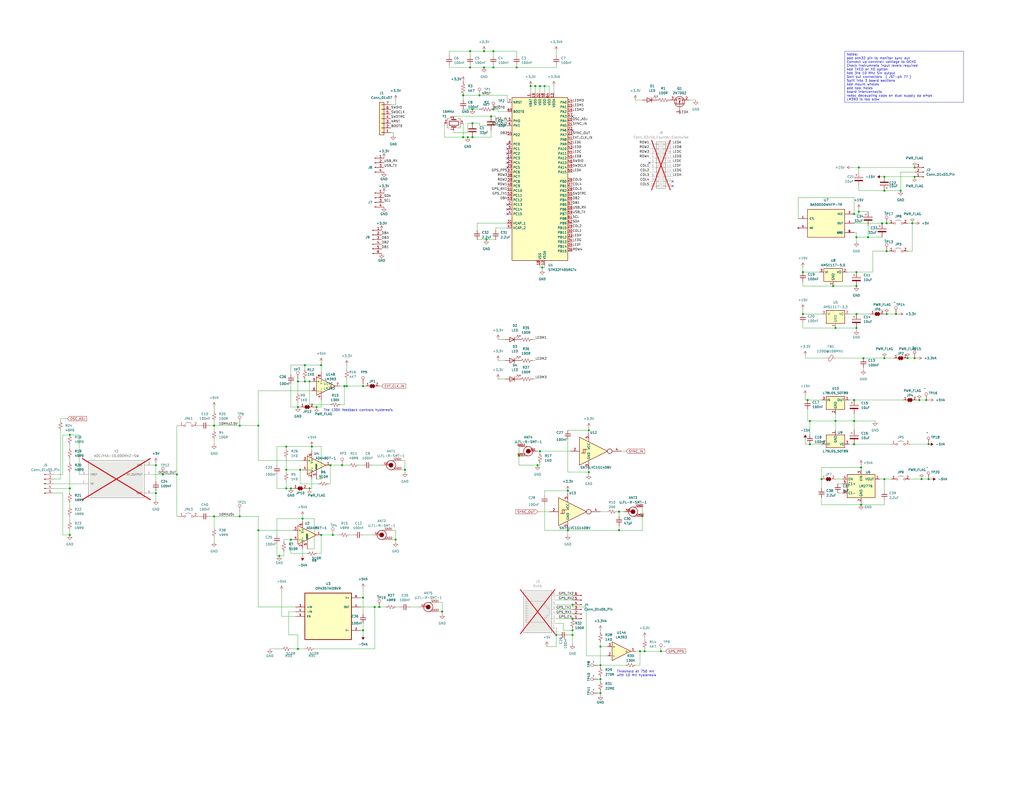
<source format=kicad_sch>
(kicad_sch (version 20230121) (generator eeschema)
  (paper "C")
  (title_block (title "Blinky V4") (rev "v4") (company "Cullen Jennings"))
  (junction (at 499.11 91.44))
  (junction (at 38.1 266.7))
  (junction (at 38.1 237.49))
  (junction (at 312.42 344.17))
  (junction (at 337.82 289.56))
  (junction (at 264.16 27.94))
  (junction (at 168.91 208.28))
  (junction (at 499.11 96.52))
  (junction (at 96.52 259.08))
  (junction (at 467.36 156.21))
  (junction (at 441.96 229.87))
  (junction (at 483.87 137.16))
  (junction (at 220.98 256.54))
  (junction (at 491.49 104.14))
  (junction (at 467.36 179.07))
  (junction (at 162.56 222.25))
  (junction (at 438.15 148.59))
  (junction (at 38.1 292.1))
  (junction (at 312.42 330.2))
  (junction (at 292.1 46.99))
  (junction (at 257.81 74.93))
  (junction (at 506.73 242.57))
  (junction (at 267.97 63.5))
  (junction (at 172.72 222.25))
  (junction (at 156.21 243.84))
  (junction (at 506.73 261.62))
  (junction (at 327.66 353.06))
  (junction (at 499.11 195.58))
  (junction (at 497.84 121.92))
  (junction (at 351.79 355.6))
  (junction (at 312.42 346.71))
  (junction (at 505.46 218.44))
  (junction (at 162.56 354.33))
  (junction (at 166.37 208.28))
  (junction (at 468.63 115.57))
  (junction (at 469.9 275.59))
  (junction (at 162.56 208.28))
  (junction (at 482.6 261.62))
  (junction (at 252.73 52.07))
  (junction (at 261.62 52.07))
  (junction (at 312.42 337.82))
  (junction (at 466.09 242.57))
  (junction (at 256.54 36.83))
  (junction (at 283.21 248.92))
  (junction (at 309.88 267.97))
  (junction (at 152.4 303.53))
  (junction (at 454.66 156.21))
  (junction (at 467.36 148.59))
  (junction (at 175.26 199.39))
  (junction (at 257.81 59.69))
  (junction (at 158.75 266.7))
  (junction (at 85.09 269.24))
  (junction (at 198.12 344.17))
  (junction (at 264.16 36.83))
  (junction (at 255.27 74.93))
  (junction (at 482.6 96.52))
  (junction (at 349.25 355.6))
  (junction (at 466.09 116.84))
  (junction (at 483.87 171.45))
  (junction (at 256.54 27.94))
  (junction (at 482.6 104.14))
  (junction (at 204.47 331.47))
  (junction (at 488.95 171.45))
  (junction (at 466.09 229.87))
  (junction (at 327.66 363.22))
  (junction (at 501.65 218.44))
  (junction (at 495.3 195.58))
  (junction (at 303.53 346.71))
  (junction (at 241.3 334.01))
  (junction (at 469.9 255.27))
  (junction (at 88.9 259.08))
  (junction (at 321.31 234.95))
  (junction (at 158.75 294.64))
  (junction (at 321.31 257.81))
  (junction (at 455.93 229.87))
  (junction (at 269.24 59.69))
  (junction (at 269.24 27.94))
  (junction (at 85.09 254))
  (junction (at 448.31 261.62))
  (junction (at 165.1 283.21))
  (junction (at 269.24 36.83))
  (junction (at 187.96 210.82))
  (junction (at 327.66 378.46))
  (junction (at 502.92 261.62))
  (junction (at 168.91 266.7))
  (junction (at 181.61 292.1))
  (junction (at 438.15 171.45))
  (junction (at 440.69 218.44))
  (junction (at 481.33 121.92))
  (junction (at 281.94 36.83))
  (junction (at 467.36 171.45))
  (junction (at 156.21 256.54))
  (junction (at 215.9 294.64))
  (junction (at 170.18 243.84))
  (junction (at 294.64 46.99))
  (junction (at 140.97 232.41))
  (junction (at 166.37 199.39))
  (junction (at 156.21 266.7))
  (junction (at 257.81 67.31))
  (junction (at 186.69 254))
  (junction (at 163.83 256.54))
  (junction (at 441.96 242.57))
  (junction (at 189.23 210.82))
  (junction (at 473.71 129.54))
  (junction (at 198.12 326.39))
  (junction (at 466.09 218.44))
  (junction (at 297.18 46.99))
  (junction (at 471.17 195.58))
  (junction (at 289.56 46.99))
  (junction (at 252.73 74.93))
  (junction (at 482.6 195.58))
  (junction (at 467.36 129.54))
  (junction (at 140.97 289.56))
  (junction (at 309.88 289.56))
  (junction (at 198.12 210.82))
  (junction (at 116.84 232.41))
  (junction (at 265.43 130.81))
  (junction (at 295.91 146.05))
  (junction (at 207.01 331.47))
  (junction (at 483.87 121.92))
  (junction (at 455.93 179.07))
  (junction (at 293.37 254))
  (junction (at 130.81 281.94))
  (junction (at 116.84 281.94))
  (junction (at 175.26 292.1))
  (junction (at 327.66 370.84))
  (junction (at 130.81 232.41))
  (junction (at 294.64 246.38))
  (junction (at 468.63 91.44))
  (junction (at 360.68 355.6))
  (junction (at 180.34 254))
  (junction (at 337.82 279.4))
  (junction (at 350.52 281.94))
  (no_connect (at 276.86 78.74))
  (no_connect (at 276.86 114.3))
  (no_connect (at 276.86 111.76))
  (no_connect (at 367.03 99.06))
  (no_connect (at 276.86 81.28))
  (no_connect (at 312.42 71.12))
  (no_connect (at 276.86 86.36))
  (no_connect (at 367.03 101.6))
  (no_connect (at 354.33 88.9))
  (no_connect (at 276.86 91.44))
  (no_connect (at 276.86 116.84))
  (no_connect (at 276.86 83.82))
  (no_connect (at 312.42 63.5))
  (no_connect (at 276.86 88.9))
  (wire (pts (xy 468.63 101.6) (xy 468.63 104.14)))
  (wire (pts (xy 245.11 27.94) (xy 256.54 27.94)))
  (wire (pts (xy 303.53 27.94) (xy 303.53 30.48)))
  (wire (pts (xy 309.88 234.95) (xy 321.31 234.95)))
  (wire (pts (xy 116.84 229.87) (xy 116.84 232.41)))
  (wire (pts (xy 220.98 251.46) (xy 220.98 256.54)))
  (wire (pts (xy 196.85 326.39) (xy 198.12 326.39)))
  (wire (pts (xy 302.26 46.99) (xy 302.26 50.8)))
  (wire (pts (xy 281.94 27.94) (xy 269.24 27.94)))
  (wire (pts (xy 170.18 266.7) (xy 170.18 261.62)))
  (wire (pts (xy 360.68 355.6) (xy 363.22 355.6)))
  (wire (pts (xy 215.9 289.56) (xy 215.9 294.64)))
  (wire (pts (xy 180.34 220.98) (xy 168.91 220.98)))
  (wire (pts (xy 466.09 121.92) (xy 481.33 121.92)))
  (wire (pts (xy 269.24 59.69) (xy 271.78 59.69)))
  (wire (pts (xy 463.55 171.45) (xy 467.36 171.45)))
  (wire (pts (xy 497.84 121.92) (xy 499.11 121.92)))
  (wire (pts (xy 467.36 179.07) (xy 467.36 180.34)))
  (wire (pts (xy 34.29 269.24) (xy 34.29 292.1)))
  (wire (pts (xy 170.18 243.84) (xy 170.18 246.38)))
  (wire (pts (xy 96.52 232.41) (xy 97.79 232.41)))
  (wire (pts (xy 242.57 74.93) (xy 252.73 74.93)))
  (wire (pts (xy 158.75 209.55) (xy 158.75 222.25)))
  (wire (pts (xy 256.54 27.94) (xy 264.16 27.94)))
  (wire (pts (xy 298.45 353.06) (xy 303.53 353.06)))
  (wire (pts (xy 107.95 232.41) (xy 109.22 232.41)))
  (wire (pts (xy 166.37 199.39) (xy 175.26 199.39)))
  (wire (pts (xy 476.25 137.16) (xy 483.87 137.16)))
  (wire (pts (xy 252.73 74.93) (xy 255.27 74.93)))
  (wire (pts (xy 312.42 330.2) (xy 312.42 331.47)))
  (wire (pts (xy 303.53 346.71) (xy 303.53 342.9)))
  (wire (pts (xy 309.88 289.56) (xy 309.88 292.1)))
  (wire (pts (xy 326.39 363.22) (xy 327.66 363.22)))
  (wire (pts (xy 213.36 289.56) (xy 215.9 289.56)))
  (wire (pts (xy 140.97 289.56) (xy 140.97 331.47)))
  (wire (pts (xy 327.66 369.57) (xy 327.66 370.84)))
  (wire (pts (xy 198.12 344.17) (xy 198.12 346.71)))
  (wire (pts (xy 483.87 171.45) (xy 488.95 171.45)))
  (wire (pts (xy 140.97 281.94) (xy 140.97 289.56)))
  (wire (pts (xy 271.78 60.96) (xy 276.86 60.96)))
  (wire (pts (xy 502.92 261.62) (xy 506.73 261.62)))
  (wire (pts (xy 327.66 353.06) (xy 331.47 353.06)))
  (wire (pts (xy 281.94 30.48) (xy 281.94 27.94)))
  (wire (pts (xy 154.94 294.64) (xy 158.75 294.64)))
  (wire (pts (xy 271.78 207.01) (xy 275.59 207.01)))
  (wire (pts (xy 309.88 267.97) (xy 309.88 269.24)))
  (wire (pts (xy 116.84 240.03) (xy 116.84 242.57)))
  (wire (pts (xy 215.9 331.47) (xy 218.44 331.47)))
  (wire (pts (xy 482.6 195.58) (xy 487.68 195.58)))
  (wire (pts (xy 438.15 156.21) (xy 454.66 156.21)))
  (wire (pts (xy 186.69 254) (xy 190.5 254)))
  (wire (pts (xy 448.31 261.62) (xy 448.31 266.7)))
  (wire (pts (xy 85.09 254) (xy 85.09 262.89)))
  (wire (pts (xy 320.04 331.47) (xy 320.04 358.14)))
  (wire (pts (xy 187.96 220.98) (xy 187.96 210.82)))
  (wire (pts (xy 220.98 256.54) (xy 220.98 257.81)))
  (wire (pts (xy 171.45 354.33) (xy 204.47 354.33)))
  (wire (pts (xy 151.13 254) (xy 151.13 243.84)))
  (wire (pts (xy 151.13 292.1) (xy 151.13 283.21)))
  (wire (pts (xy 85.09 267.97) (xy 85.09 269.24)))
  (wire (pts (xy 198.12 321.31) (xy 198.12 326.39)))
  (wire (pts (xy 495.3 137.16) (xy 497.84 137.16)))
  (wire (pts (xy 337.82 287.02) (xy 337.82 289.56)))
  (wire (pts (xy 350.52 281.94) (xy 350.52 289.56)))
  (wire (pts (xy 473.71 123.19) (xy 473.71 129.54)))
  (wire (pts (xy 312.42 331.47) (xy 320.04 331.47)))
  (wire (pts (xy 181.61 292.1) (xy 185.42 292.1)))
  (wire (pts (xy 312.42 344.17) (xy 312.42 346.71)))
  (wire (pts (xy 312.42 342.9) (xy 312.42 344.17)))
  (wire (pts (xy 255.27 74.93) (xy 257.81 74.93)))
  (wire (pts (xy 349.25 355.6) (xy 351.79 355.6)))
  (wire (pts (xy 495.3 195.58) (xy 499.11 195.58)))
  (wire (pts (xy 215.9 57.15) (xy 215.9 54.61)))
  (wire (pts (xy 480.06 261.62) (xy 482.6 261.62)))
  (wire (pts (xy 252.73 52.07) (xy 252.73 54.61)))
  (wire (pts (xy 457.2 269.24) (xy 459.74 269.24)))
  (wire (pts (xy 247.65 63.5) (xy 267.97 63.5)))
  (wire (pts (xy 448.31 275.59) (xy 469.9 275.59)))
  (wire (pts (xy 261.62 52.07) (xy 252.73 52.07)))
  (wire (pts (xy 114.3 232.41) (xy 116.84 232.41)))
  (wire (pts (xy 438.15 146.05) (xy 438.15 148.59)))
  (wire (pts (xy 198.12 209.55) (xy 198.12 210.82)))
  (wire (pts (xy 476.25 137.16) (xy 476.25 148.59)))
  (wire (pts (xy 187.96 210.82) (xy 185.42 210.82)))
  (wire (pts (xy 500.38 218.44) (xy 501.65 218.44)))
  (wire (pts (xy 156.21 250.19) (xy 156.21 256.54)))
  (wire (pts (xy 107.95 281.94) (xy 109.22 281.94)))
  (wire (pts (xy 96.52 281.94) (xy 96.52 259.08)))
  (wire (pts (xy 130.81 232.41) (xy 140.97 232.41)))
  (wire (pts (xy 245.11 36.83) (xy 256.54 36.83)))
  (wire (pts (xy 441.96 229.87) (xy 441.96 237.49)))
  (wire (pts (xy 337.82 289.56) (xy 309.88 289.56)))
  (wire (pts (xy 482.6 261.62) (xy 486.41 261.62)))
  (wire (pts (xy 327.66 279.4) (xy 331.47 279.4)))
  (wire (pts (xy 276.86 124.46) (xy 270.51 124.46)))
  (wire (pts (xy 175.26 302.26) (xy 175.26 292.1)))
  (wire (pts (xy 83.82 269.24) (xy 85.09 269.24)))
  (wire (pts (xy 440.69 218.44) (xy 439.42 218.44)))
  (wire (pts (xy 351.79 354.33) (xy 351.79 355.6)))
  (wire (pts (xy 260.35 121.92) (xy 276.86 121.92)))
  (wire (pts (xy 154.94 300.99) (xy 154.94 303.53)))
  (wire (pts (xy 471.17 200.66) (xy 471.17 201.93)))
  (wire (pts (xy 158.75 266.7) (xy 160.02 266.7)))
  (wire (pts (xy 468.63 104.14) (xy 482.6 104.14)))
  (wire (pts (xy 349.25 363.22) (xy 346.71 363.22)))
  (wire (pts (xy 448.31 271.78) (xy 448.31 275.59)))
  (wire (pts (xy 158.75 222.25) (xy 162.56 222.25)))
  (wire (pts (xy 223.52 331.47) (xy 228.6 331.47)))
  (wire (pts (xy 175.26 198.12) (xy 175.26 199.39)))
  (wire (pts (xy 327.66 344.17) (xy 327.66 345.44)))
  (wire (pts (xy 38.1 274.32) (xy 38.1 276.86)))
  (wire (pts (xy 295.91 147.32) (xy 295.91 146.05)))
  (wire (pts (xy 467.36 132.08) (xy 467.36 129.54)))
  (wire (pts (xy 297.18 46.99) (xy 299.72 46.99)))
  (wire (pts (xy 455.93 195.58) (xy 471.17 195.58)))
  (wire (pts (xy 116.84 232.41) (xy 130.81 232.41)))
  (wire (pts (xy 242.57 67.31) (xy 242.57 74.93)))
  (wire (pts (xy 173.99 264.16) (xy 163.83 264.16)))
  (wire (pts (xy 297.18 144.78) (xy 297.18 146.05)))
  (wire (pts (xy 185.42 220.98) (xy 187.96 220.98)))
  (wire (pts (xy 501.65 218.44) (xy 505.46 218.44)))
  (wire (pts (xy 467.36 171.45) (xy 474.98 171.45)))
  (wire (pts (xy 152.4 303.53) (xy 154.94 303.53)))
  (wire (pts (xy 189.23 210.82) (xy 187.96 210.82)))
  (wire (pts (xy 346.71 355.6) (xy 349.25 355.6)))
  (wire (pts (xy 156.21 262.89) (xy 156.21 266.7)))
  (wire (pts (xy 196.85 344.17) (xy 198.12 344.17)))
  (wire (pts (xy 213.36 57.15) (xy 215.9 57.15)))
  (wire (pts (xy 375.92 54.61) (xy 379.73 54.61)))
  (wire (pts (xy 130.81 281.94) (xy 140.97 281.94)))
  (wire (pts (xy 457.2 264.16) (xy 459.74 264.16)))
  (wire (pts (xy 469.9 255.27) (xy 469.9 256.54)))
  (wire (pts (xy 467.36 129.54) (xy 467.36 127)))
  (wire (pts (xy 466.09 242.57) (xy 486.41 242.57)))
  (wire (pts (xy 290.83 207.01) (xy 292.1 207.01)))
  (wire (pts (xy 303.53 327.66) (xy 312.42 327.66)))
  (wire (pts (xy 156.21 266.7) (xy 158.75 266.7)))
  (wire (pts (xy 158.75 294.64) (xy 160.02 294.64)))
  (wire (pts (xy 167.64 299.72) (xy 171.45 299.72)))
  (wire (pts (xy 116.84 281.94) (xy 130.81 281.94)))
  (wire (pts (xy 162.56 354.33) (xy 166.37 354.33)))
  (wire (pts (xy 158.75 354.33) (xy 162.56 354.33)))
  (wire (pts (xy 496.57 242.57) (xy 506.73 242.57)))
  (wire (pts (xy 167.64 266.7) (xy 168.91 266.7)))
  (wire (pts (xy 218.44 251.46) (xy 220.98 251.46)))
  (wire (pts (xy 29.21 264.16) (xy 43.18 264.16)))
  (wire (pts (xy 270.51 124.46) (xy 270.51 125.73)))
  (wire (pts (xy 496.57 261.62) (xy 502.92 261.62)))
  (wire (pts (xy 309.88 346.71) (xy 312.42 346.71)))
  (wire (pts (xy 303.53 332.74) (xy 312.42 332.74)))
  (wire (pts (xy 294.64 246.38) (xy 294.64 247.65)))
  (wire (pts (xy 483.87 137.16) (xy 485.14 137.16)))
  (wire (pts (xy 290.83 185.42) (xy 292.1 185.42)))
  (wire (pts (xy 307.34 340.36) (xy 307.34 344.17)))
  (wire (pts (xy 267.97 63.5) (xy 270.51 63.5)))
  (wire (pts (xy 468.63 116.84) (xy 466.09 116.84)))
  (wire (pts (xy 156.21 243.84) (xy 170.18 243.84)))
  (wire (pts (xy 165.1 299.72) (xy 165.1 303.53)))
  (wire (pts (xy 276.86 52.07) (xy 261.62 52.07)))
  (wire (pts (xy 350.52 289.56) (xy 337.82 289.56)))
  (wire (pts (xy 276.86 55.88) (xy 276.86 52.07)))
  (wire (pts (xy 271.78 59.69) (xy 271.78 60.96)))
  (wire (pts (xy 351.79 347.98) (xy 351.79 349.25)))
  (wire (pts (xy 463.55 218.44) (xy 466.09 218.44)))
  (wire (pts (xy 247.65 72.39) (xy 255.27 72.39)))
  (wire (pts (xy 491.49 93.98) (xy 491.49 104.14)))
  (wire (pts (xy 293.37 279.4) (xy 299.72 279.4)))
  (wire (pts (xy 327.66 353.06) (xy 327.66 363.22)))
  (wire (pts (xy 198.12 210.82) (xy 199.39 210.82)))
  (wire (pts (xy 438.15 171.45) (xy 448.31 171.45)))
  (wire (pts (xy 156.21 256.54) (xy 163.83 256.54)))
  (wire (pts (xy 289.56 46.99) (xy 292.1 46.99)))
  (wire (pts (xy 455.93 229.87) (xy 455.93 234.95)))
  (wire (pts (xy 441.96 242.57) (xy 448.31 242.57)))
  (wire (pts (xy 238.76 334.01) (xy 241.3 334.01)))
  (wire (pts (xy 238.76 328.93) (xy 241.3 328.93)))
  (wire (pts (xy 151.13 283.21) (xy 165.1 283.21)))
  (wire (pts (xy 297.18 289.56) (xy 309.88 289.56)))
  (wire (pts (xy 297.18 270.51) (xy 297.18 267.97)))
  (wire (pts (xy 256.54 35.56) (xy 256.54 36.83)))
  (wire (pts (xy 297.18 146.05) (xy 295.91 146.05)))
  (wire (pts (xy 163.83 264.16) (xy 163.83 256.54)))
  (wire (pts (xy 295.91 146.05) (xy 294.64 146.05)))
  (wire (pts (xy 462.28 148.59) (xy 467.36 148.59)))
  (wire (pts (xy 38.1 257.81) (xy 38.1 266.7)))
  (wire (pts (xy 327.66 370.84) (xy 327.66 372.11)))
  (wire (pts (xy 294.64 254) (xy 293.37 254)))
  (wire (pts (xy 214.63 72.39) (xy 214.63 73.66)))
  (wire (pts (xy 326.39 370.84) (xy 327.66 370.84)))
  (wire (pts (xy 482.6 275.59) (xy 469.9 275.59)))
  (wire (pts (xy 140.97 251.46) (xy 165.1 251.46)))
  (wire (pts (xy 448.31 255.27) (xy 469.9 255.27)))
  (wire (pts (xy 297.18 267.97) (xy 309.88 267.97)))
  (wire (pts (xy 441.96 229.87) (xy 440.69 229.87)))
  (wire (pts (xy 96.52 232.41) (xy 96.52 259.08)))
  (wire (pts (xy 488.95 171.45) (xy 490.22 171.45)))
  (wire (pts (xy 198.12 326.39) (xy 198.12 335.28)))
  (wire (pts (xy 172.72 261.62) (xy 175.26 261.62)))
  (wire (pts (xy 469.9 254) (xy 469.9 255.27)))
  (wire (pts (xy 261.62 67.31) (xy 257.81 67.31)))
  (wire (pts (xy 312.42 346.71) (xy 312.42 351.79)))
  (wire (pts (xy 43.18 259.08) (xy 43.18 237.49)))
  (wire (pts (xy 147.32 354.33) (xy 153.67 354.33)))
  (wire (pts (xy 256.54 36.83) (xy 264.16 36.83)))
  (wire (pts (xy 320.04 358.14) (xy 331.47 358.14)))
  (wire (pts (xy 321.31 257.81) (xy 321.31 259.08)))
  (wire (pts (xy 163.83 256.54) (xy 165.1 256.54)))
  (wire (pts (xy 175.26 261.62) (xy 175.26 243.84)))
  (wire (pts (xy 96.52 281.94) (xy 97.79 281.94)))
  (wire (pts (xy 466.09 229.87) (xy 466.09 234.95)))
  (wire (pts (xy 204.47 354.33) (xy 204.47 331.47)))
  (wire (pts (xy 303.53 325.12) (xy 312.42 325.12)))
  (wire (pts (xy 463.55 242.57) (xy 466.09 242.57)))
  (wire (pts (xy 189.23 210.82) (xy 198.12 210.82)))
  (wire (pts (xy 468.63 91.44) (xy 468.63 93.98)))
  (wire (pts (xy 158.75 302.26) (xy 158.75 294.64)))
  (wire (pts (xy 166.37 199.39) (xy 166.37 201.93)))
  (wire (pts (xy 96.52 259.08) (xy 88.9 259.08)))
  (wire (pts (xy 271.78 196.85) (xy 275.59 196.85)))
  (wire (pts (xy 346.71 54.61) (xy 350.52 54.61)))
  (wire (pts (xy 172.72 222.25) (xy 175.26 222.25)))
  (wire (pts (xy 327.66 350.52) (xy 327.66 353.06)))
  (wire (pts (xy 85.09 269.24) (xy 85.09 273.05)))
  (wire (pts (xy 116.84 222.25) (xy 116.84 224.79)))
  (wire (pts (xy 247.65 71.12) (xy 247.65 72.39)))
  (wire (pts (xy 482.6 171.45) (xy 483.87 171.45)))
  (wire (pts (xy 269.24 27.94) (xy 269.24 30.48)))
  (wire (pts (xy 438.15 148.59) (xy 447.04 148.59)))
  (wire (pts (xy 339.09 246.38) (xy 341.63 246.38)))
  (wire (pts (xy 281.94 35.56) (xy 281.94 36.83)))
  (wire (pts (xy 481.33 121.92) (xy 483.87 121.92)))
  (wire (pts (xy 482.6 273.05) (xy 482.6 275.59)))
  (wire (pts (xy 321.31 233.68) (xy 321.31 234.95)))
  (wire (pts (xy 213.36 72.39) (xy 214.63 72.39)))
  (wire (pts (xy 175.26 199.39) (xy 175.26 203.2)))
  (wire (pts (xy 482.6 261.62) (xy 482.6 267.97)))
  (wire (pts (xy 157.48 334.01) (xy 157.48 346.71)))
  (wire (pts (xy 468.63 91.44) (xy 499.11 91.44)))
  (wire (pts (xy 483.87 121.92) (xy 485.14 121.92)))
  (wire (pts (xy 167.64 302.26) (xy 158.75 302.26)))
  (wire (pts (xy 455.93 226.06) (xy 455.93 229.87)))
  (wire (pts (xy 439.42 195.58) (xy 450.85 195.58)))
  (wire (pts (xy 468.63 115.57) (xy 468.63 116.84)))
  (wire (pts (xy 435.61 119.38) (xy 435.61 107.95)))
  (wire (pts (xy 83.82 254) (xy 85.09 254)))
  (wire (pts (xy 440.69 218.44) (xy 448.31 218.44)))
  (wire (pts (xy 195.58 254) (xy 198.12 254)))
  (wire (pts (xy 321.31 234.95) (xy 321.31 236.22)))
  (wire (pts (xy 204.47 331.47) (xy 207.01 331.47)))
  (wire (pts (xy 140.97 289.56) (xy 160.02 289.56)))
  (wire (pts (xy 468.63 114.3) (xy 468.63 115.57)))
  (wire (pts (xy 303.53 340.36) (xy 307.34 340.36)))
  (wire (pts (xy 327.66 378.46) (xy 327.66 379.73)))
  (wire (pts (xy 34.29 237.49) (xy 34.29 259.08)))
  (wire (pts (xy 196.85 331.47) (xy 204.47 331.47)))
  (wire (pts (xy 166.37 208.28) (xy 162.56 208.28)))
  (wire (pts (xy 495.3 121.92) (xy 497.84 121.92)))
  (wire (pts (xy 36.83 228.6) (xy 33.02 228.6)))
  (wire (pts (xy 271.78 185.42) (xy 275.59 185.42)))
  (wire (pts (xy 151.13 297.18) (xy 151.13 303.53)))
  (wire (pts (xy 341.63 363.22) (xy 327.66 363.22)))
  (wire (pts (xy 438.15 168.91) (xy 438.15 171.45)))
  (wire (pts (xy 38.1 266.7) (xy 38.1 269.24)))
  (wire (pts (xy 294.64 146.05) (xy 294.64 144.78)))
  (wire (pts (xy 303.53 35.56) (xy 303.53 36.83)))
  (wire (pts (xy 179.07 264.16) (xy 180.34 264.16)))
  (wire (pts (xy 83.82 259.08) (xy 88.9 259.08)))
  (wire (pts (xy 283.21 243.84) (xy 283.21 248.92)))
  (wire (pts (xy 326.39 378.46) (xy 327.66 378.46)))
  (wire (pts (xy 467.36 156.21) (xy 454.66 156.21)))
  (wire (pts (xy 256.54 27.94) (xy 256.54 30.48)))
  (wire (pts (xy 189.23 207.01) (xy 189.23 210.82)))
  (wire (pts (xy 467.36 127) (xy 466.09 127)))
  (wire (pts (xy 267.97 71.12) (xy 267.97 74.93)))
  (wire (pts (xy 153.67 322.58) (xy 153.67 336.55)))
  (wire (pts (xy 207.01 331.47) (xy 210.82 331.47)))
  (wire (pts (xy 440.69 223.52) (xy 440.69 229.87)))
  (wire (pts (xy 476.25 148.59) (xy 467.36 148.59)))
  (wire (pts (xy 466.09 226.06) (xy 466.09 229.87)))
  (wire (pts (xy 293.37 254) (xy 283.21 254)))
  (wire (pts (xy 213.36 294.64) (xy 215.9 294.64)))
  (wire (pts (xy 473.71 129.54) (xy 481.33 129.54)))
  (wire (pts (xy 43.18 237.49) (xy 38.1 237.49)))
  (wire (pts (xy 448.31 261.62) (xy 448.31 255.27)))
  (wire (pts (xy 466.09 229.87) (xy 455.93 229.87)))
  (wire (pts (xy 156.21 257.81) (xy 156.21 256.54)))
  (wire (pts (xy 290.83 196.85) (xy 292.1 196.85)))
  (wire (pts (xy 438.15 176.53) (xy 438.15 179.07)))
  (wire (pts (xy 482.6 104.14) (xy 491.49 104.14)))
  (wire (pts (xy 116.84 293.37) (xy 116.84 295.91)))
  (wire (pts (xy 327.66 363.22) (xy 327.66 364.49)))
  (wire (pts (xy 292.1 46.99) (xy 292.1 50.8)))
  (wire (pts (xy 168.91 208.28) (xy 166.37 208.28)))
  (wire (pts (xy 257.81 59.69) (xy 261.62 59.69)))
  (wire (pts (xy 162.56 219.71) (xy 162.56 222.25)))
  (wire (pts (xy 337.82 279.4) (xy 340.36 279.4)))
  (wire (pts (xy 294.64 246.38) (xy 311.15 246.38)))
  (wire (pts (xy 303.53 337.82) (xy 312.42 337.82)))
  (wire (pts (xy 162.56 346.71) (xy 162.56 354.33)))
  (wire (pts (xy 114.3 281.94) (xy 116.84 281.94)))
  (wire (pts (xy 241.3 334.01) (xy 241.3 335.28)))
  (wire (pts (xy 33.02 228.6) (xy 33.02 229.87)))
  (wire (pts (xy 309.88 257.81) (xy 321.31 257.81)))
  (wire (pts (xy 180.34 264.16) (xy 180.34 254)))
  (wire (pts (xy 171.45 299.72) (xy 171.45 283.21)))
  (wire (pts (xy 33.02 234.95) (xy 33.02 261.62)))
  (wire (pts (xy 255.27 72.39) (xy 255.27 67.31)))
  (wire (pts (xy 171.45 222.25) (xy 172.72 222.25)))
  (wire (pts (xy 151.13 266.7) (xy 156.21 266.7)))
  (wire (pts (xy 337.82 279.4) (xy 337.82 281.94)))
  (wire (pts (xy 38.1 242.57) (xy 38.1 245.11)))
  (wire (pts (xy 161.29 331.47) (xy 140.97 331.47)))
  (wire (pts (xy 255.27 67.31) (xy 257.81 67.31)))
  (wire (pts (xy 455.93 179.07) (xy 467.36 179.07)))
  (wire (pts (xy 303.53 353.06) (xy 303.53 346.71)))
  (wire (pts (xy 153.67 336.55) (xy 161.29 336.55)))
  (wire (pts (xy 260.35 130.81) (xy 265.43 130.81)))
  (wire (pts (xy 482.6 96.52) (xy 499.11 96.52)))
  (wire (pts (xy 309.88 240.03) (xy 309.88 257.81)))
  (wire (pts (xy 351.79 355.6) (xy 360.68 355.6)))
  (wire (pts (xy 207.01 210.82) (xy 208.28 210.82)))
  (wire (pts (xy 439.42 242.57) (xy 439.42 240.03)))
  (wire (pts (xy 473.71 115.57) (xy 468.63 115.57)))
  (wire (pts (xy 438.15 153.67) (xy 438.15 156.21)))
  (wire (pts (xy 158.75 199.39) (xy 166.37 199.39)))
  (wire (pts (xy 455.93 261.62) (xy 459.74 261.62)))
  (wire (pts (xy 175.26 243.84) (xy 170.18 243.84)))
  (wire (pts (xy 312.42 344.17) (xy 307.34 344.17)))
  (wire (pts (xy 481.33 96.52) (xy 482.6 96.52)))
  (wire (pts (xy 297.18 46.99) (xy 297.18 50.8)))
  (wire (pts (xy 116.84 232.41) (xy 116.84 234.95)))
  (wire (pts (xy 116.84 281.94) (xy 116.84 288.29)))
  (wire (pts (xy 441.96 229.87) (xy 455.93 229.87)))
  (wire (pts (xy 270.51 63.5) (xy 270.51 66.04)))
  (wire (pts (xy 293.37 246.38) (xy 294.64 246.38)))
  (wire (pts (xy 165.1 283.21) (xy 165.1 284.48)))
  (wire (pts (xy 151.13 259.08) (xy 151.13 266.7)))
  (wire (pts (xy 140.97 232.41) (xy 140.97 251.46)))
  (wire (pts (xy 198.12 292.1) (xy 203.2 292.1)))
  (wire (pts (xy 439.42 215.9) (xy 439.42 218.44)))
  (wire (pts (xy 471.17 195.58) (xy 482.6 195.58)))
  (wire (pts (xy 130.81 279.4) (xy 130.81 281.94)))
  (wire (pts (xy 261.62 68.58) (xy 261.62 67.31)))
  (wire (pts (xy 168.91 266.7) (xy 170.18 266.7)))
  (wire (pts (xy 140.97 213.36) (xy 170.18 213.36)))
  (wire (pts (xy 505.46 218.44) (xy 506.73 218.44)))
  (wire (pts (xy 29.21 259.08) (xy 34.29 259.08)))
  (wire (pts (xy 327.66 377.19) (xy 327.66 378.46)))
  (wire (pts (xy 165.1 281.94) (xy 165.1 283.21)))
  (wire (pts (xy 172.72 302.26) (xy 175.26 302.26)))
  (wire (pts (xy 175.26 218.44) (xy 175.26 222.25)))
  (wire (pts (xy 34.29 237.49) (xy 38.1 237.49)))
  (wire (pts (xy 439.42 242.57) (xy 441.96 242.57)))
  (wire (pts (xy 203.2 254) (xy 208.28 254)))
  (wire (pts (xy 38.1 281.94) (xy 38.1 284.48)))
  (wire (pts (xy 265.43 130.81) (xy 270.51 130.81)))
  (wire (pts (xy 156.21 245.11) (xy 156.21 243.84)))
  (wire (pts (xy 140.97 213.36) (xy 140.97 232.41)))
  (wire (pts (xy 264.16 36.83) (xy 269.24 36.83)))
  (wire (pts (xy 85.09 252.73) (xy 85.09 254)))
  (wire (pts (xy 189.23 199.39) (xy 189.23 201.93)))
  (wire (pts (xy 157.48 346.71) (xy 162.56 346.71)))
  (wire (pts (xy 170.18 208.28) (xy 168.91 208.28)))
  (wire (pts (xy 180.34 254) (xy 186.69 254)))
  (wire (pts (xy 467.36 129.54) (xy 473.71 129.54)))
  (wire (pts (xy 168.91 208.28) (xy 168.91 220.98)))
  (wire (pts (xy 435.61 107.95) (xy 466.09 107.95)))
  (wire (pts (xy 215.9 294.64) (xy 215.9 295.91)))
  (wire (pts (xy 469.9 274.32) (xy 469.9 275.59)))
  (wire (pts (xy 269.24 27.94) (xy 264.16 27.94)))
  (wire (pts (xy 499.11 195.58) (xy 500.38 195.58)))
  (wire (pts (xy 464.82 91.44) (xy 468.63 91.44)))
  (wire (pts (xy 289.56 46.99) (xy 289.56 50.8)))
  (wire (pts (xy 38.1 250.19) (xy 38.1 252.73)))
  (wire (pts (xy 218.44 256.54) (xy 220.98 256.54)))
  (wire (pts (xy 241.3 328.93) (xy 241.3 334.01)))
  (wire (pts (xy 292.1 46.99) (xy 294.64 46.99)))
  (wire (pts (xy 29.21 266.7) (xy 38.1 266.7)))
  (wire (pts (xy 276.86 68.58) (xy 261.62 68.58)))
  (wire (pts (xy 166.37 207.01) (xy 166.37 208.28)))
  (wire (pts (xy 294.64 252.73) (xy 294.64 254)))
  (wire (pts (xy 466.09 218.44) (xy 492.76 218.44)))
  (wire (pts (xy 162.56 222.25) (xy 163.83 222.25)))
  (wire (pts (xy 283.21 254) (xy 283.21 248.92)))
  (wire (pts (xy 38.1 289.56) (xy 38.1 292.1)))
  (wire (pts (xy 252.73 67.31) (xy 252.73 74.93)))
  (wire (pts (xy 161.29 334.01) (xy 157.48 334.01)))
  (wire (pts (xy 350.52 276.86) (xy 350.52 281.94)))
  (wire (pts (xy 466.09 107.95) (xy 466.09 116.84)))
  (wire (pts (xy 303.53 330.2) (xy 312.42 330.2)))
  (wire (pts (xy 154.94 295.91) (xy 154.94 294.64)))
  (wire (pts (xy 245.11 30.48) (xy 245.11 27.94)))
  (wire (pts (xy 151.13 303.53) (xy 152.4 303.53)))
  (wire (pts (xy 506.73 261.62) (xy 508 261.62)))
  (wire (pts (xy 190.5 292.1) (xy 193.04 292.1)))
  (wire (pts (xy 303.53 346.71) (xy 304.8 346.71)))
  (wire (pts (xy 303.53 335.28) (xy 312.42 335.28)))
  (wire (pts (xy 171.45 283.21) (xy 165.1 283.21)))
  (wire (pts (xy 491.49 93.98) (xy 499.11 93.98)))
  (wire (pts (xy 158.75 204.47) (xy 158.75 199.39)))
  (wire (pts (xy 336.55 279.4) (xy 337.82 279.4)))
  (wire (pts (xy 270.51 66.04) (xy 276.86 66.04)))
  (wire (pts (xy 33.02 261.62) (xy 29.21 261.62)))
  (wire (pts (xy 497.84 137.16) (xy 497.84 121.92)))
  (wire (pts (xy 130.81 231.14) (xy 130.81 232.41)))
  (wire (pts (xy 34.29 269.24) (xy 29.21 269.24)))
  (wire (pts (xy 162.56 207.01) (xy 162.56 208.28)))
  (wire (pts (xy 245.11 35.56) (xy 245.11 36.83)))
  (wire (pts (xy 294.64 46.99) (xy 294.64 50.8)))
  (wire (pts (xy 439.42 194.31) (xy 439.42 195.58)))
  (wire (pts (xy 175.26 292.1) (xy 181.61 292.1)))
  (wire (pts (xy 34.29 292.1) (xy 38.1 292.1)))
  (wire (pts (xy 162.56 208.28) (xy 162.56 214.63)))
  (wire (pts (xy 321.31 256.54) (xy 321.31 257.81)))
  (wire (pts (xy 198.12 340.36) (xy 198.12 344.17)))
  (wire (pts (xy 260.35 125.73) (xy 260.35 121.92)))
  (wire (pts (xy 477.52 229.87) (xy 466.09 229.87)))
  (wire (pts (xy 438.15 179.07) (xy 455.93 179.07)))
  (wire (pts (xy 294.64 46.99) (xy 297.18 46.99)))
  (wire (pts (xy 252.73 59.69) (xy 257.81 59.69)))
  (wire (pts (xy 269.24 35.56) (xy 269.24 36.83)))
  (wire (pts (xy 297.18 275.59) (xy 297.18 289.56)))
  (wire (pts (xy 349.25 355.6) (xy 349.25 363.22)))
  (wire (pts (xy 299.72 50.8) (xy 299.72 46.99)))
  (wire (pts (xy 269.24 36.83) (xy 281.94 36.83)))
  (wire (pts (xy 267.97 74.93) (xy 257.81 74.93)))
  (wire (pts (xy 281.94 36.83) (xy 303.53 36.83)))
  (wire (pts (xy 151.13 243.84) (xy 156.21 243.84)))
  (text_box "Notes:\nadd stm32 pin to monitor sync out \nConnect up convtroll votltage to OCXO\nCheck instrumnets input levels required\nAdd TXCO or XO option \nAdd 3rd 10 Mhz Sin output\nSort out connectors  ( JST-pH ?? )\nSplit into 3 board sections \nAdd mount wholes\nadd tool holes \nboard interconnects\nredoc decoupling caps on dual supply op amps\nLM393 is too slow \n" (at 461.01 27.94 0) (size 64.77 27.94) (effects (font (size 1.27 1.27)) (justify left top)))
  (text "Threshold at 750 mV \nwith 10 mV hysteresis" (at 336.55 369.57 0) (effects (font (size 1.27 1.27)) (justify left bottom)))
  (text "The 130K feedback controls hysteresis" (at 176.53 224.79 0) (effects (font (size 1.27 1.27)) (justify left bottom)))
  (label "COL1" (at 354.33 91.44 180))
  (label "LEDG" (at 312.42 132.08 0))
  (label "DB1" (at 208.28 135.89 0))
  (label "LEDG" (at 367.03 93.98 0))
  (label "LEDA" (at 312.42 93.98 0))
  (label "SYNC_OUT" (at 312.42 73.66 0))
  (label "LEDM3" (at 292.1 207.01 0))
  (label "SDA" (at 312.42 121.92 0))
  (label "COL5" (at 312.42 99.06 0))
  (label "DB3" (at 276.86 73.66 180))
  (label "GPS_TX2" (at 304.8 325.12 0))
  (label "LEDM2" (at 292.1 196.85 0))
  (label "SYNC_IN" (at 312.42 68.58 0))
  (label "GPS_RX1" (at 276.86 104.14 180))
  (label "DB3" (at 208.28 130.81 0))
  (label "LEDD" (at 312.42 81.28 0))
  (label "HSE_IN" (at 276.86 66.04 180))
  (label "SWDIO" (at 213.36 59.69 0))
  (label "OCXO_OUT" (at 86.36 259.08 0))
  (label "LEDM3" (at 312.42 55.88 0))
  (label "10Mhz2.5V" (at 119.38 232.41 0))
  (label "LEDB" (at 312.42 86.36 0))
  (label "USB_TX" (at 312.42 116.84 0))
  (label "SWDCLK" (at 213.36 62.23 0))
  (label "LEDF" (at 312.42 134.62 0))
  (label "ROW1" (at 354.33 78.74 180))
  (label "LEDM2" (at 312.42 60.96 0))
  (label "ROW4" (at 312.42 137.16 0))
  (label "COL1" (at 312.42 127 0))
  (label "COL5" (at 354.33 101.6 180))
  (label "EXT_CLK_IN" (at 312.42 76.2 0))
  (label "GPS_TX1" (at 303.53 332.74 0))
  (label "NRST" (at 262.89 52.07 0))
  (label "LEDC" (at 367.03 83.82 0))
  (label "LEDM1" (at 312.42 58.42 0))
  (label "DB2" (at 208.28 133.35 0))
  (label "LEDC" (at 312.42 83.82 0))
  (label "SWDCLK" (at 312.42 91.44 0))
  (label "COL3" (at 354.33 96.52 180))
  (label "ROW3" (at 354.33 83.82 180))
  (label "ROW3" (at 276.86 96.52 180))
  (label "LEDD" (at 367.03 86.36 0))
  (label "USB_TX" (at 209.55 91.44 0))
  (label "GPS_PPS" (at 276.86 93.98 180))
  (label "SWDTRC" (at 312.42 106.68 0))
  (label "SWDIO" (at 312.42 88.9 0))
  (label "LEDM1" (at 292.1 185.42 0))
  (label "ROW1" (at 276.86 101.6 180))
  (label "SCL" (at 209.55 110.49 0))
  (label "LEDF" (at 367.03 91.44 0))
  (label "LEDB" (at 367.03 81.28 0))
  (label "GPS_TX1" (at 276.86 106.68 180))
  (label "COL2" (at 312.42 124.46 0))
  (label "LEDH" (at 367.03 96.52 0))
  (label "NRST" (at 213.36 67.31 0))
  (label "USB_RX" (at 209.55 88.9 0))
  (label "COL3" (at 312.42 104.14 0))
  (label "LEDH" (at 312.42 129.54 0))
  (label "ROW4" (at 354.33 86.36 180))
  (label "DB4" (at 208.28 128.27 0))
  (label "ROW2" (at 354.33 81.28 180))
  (label "BOOT0" (at 269.24 59.69 0))
  (label "DB4" (at 276.86 109.22 180))
  (label "DB2" (at 312.42 109.22 0))
  (label "USB_RX" (at 312.42 114.3 0))
  (label "SWDTRC" (at 213.36 64.77 0))
  (label "SCL" (at 312.42 119.38 0))
  (label "LEDE" (at 312.42 78.74 0))
  (label "COL2" (at 354.33 93.98 180))
  (label "SDA" (at 209.55 107.95 0))
  (label "GPS_EN" (at 304.8 337.82 0))
  (label "GPS_RX2" (at 304.8 327.66 0))
  (label "GPS_RX1" (at 303.53 335.28 0))
  (label "HSE_OUT" (at 276.86 68.58 180))
  (label "LEDA" (at 370.84 62.23 0))
  (label "COL4" (at 312.42 101.6 0))
  (label "COL4" (at 354.33 99.06 180))
  (label "ROW2" (at 276.86 99.06 180))
  (label "OSC_ADJ" (at 312.42 66.04 0))
  (label "BOOT0" (at 213.36 69.85 0))
  (label "DB1" (at 312.42 111.76 0))
  (label "LEDA" (at 367.03 78.74 0))
  (label "10MHz0v" (at 119.38 281.94 0))
  (label "LEDE" (at 367.03 88.9 0))
  (global_label "OSC_ADJ" (shape input) (at 36.83 228.6 0) (property "Intersheetrefs" "${INTERSHEET_REFS}" (effects hide)))
  (global_label "EXT_CLK_IN" (shape input) (at 208.28 210.82 0) (property "Intersheetrefs" "${INTERSHEET_REFS}" (effects hide)))
  (global_label "SYNC_IN" (shape input) (at 341.63 246.38 0) (property "Intersheetrefs" "${INTERSHEET_REFS}" (effects hide)))
  (global_label "GPS_PPS" (shape input) (at 363.22 355.6 0) (property "Intersheetrefs" "${INTERSHEET_REFS}" (effects hide)))
  (global_label "SYNC_OUT" (shape input) (at 293.37 279.4 180) (property "Intersheetrefs" "${INTERSHEET_REFS}" (effects hide)))
  (symbol (lib_id "power:+5V") (at 499.11 121.92 270) (unit 1)
    (property "Reference" "#PWR039" (effects hide))
    (property "Value" "+5V" (at 502.92 121.92 90) (effects (justify left)))
  )
  (symbol (lib_id "power:GND") (at 257.81 59.69 0) (unit 1)
    (property "Reference" "#PWR012" (effects hide))
    (property "Value" "GND" (at 254 60.96 0))
  )
  (symbol (lib_id "Device:R_US") (at 252.73 48.26 0) (unit 1)
    (property "Reference" "R3" (at 255.27 46.99 0) (effects (justify left)))
    (property "Value" "4K7" (at 255.27 49.53 0) (effects (justify left)))
    (property "Footprint" "Resistor_SMD:R_0603_1608Metric" (effects hide))
    (property "LCSC" "C23162" (effects hide))
  )
  (symbol (lib_id "Device:R_Small_US") (at 38.1 255.27 0) (unit 1)
    (property "Reference" "R20" (at 40.64 254 0) (effects (justify left)))
    (property "Value" "49R9" (at 40.64 256.54 0) (effects (justify left)))
    (property "Footprint" "Resistor_SMD:R_0805_2012Metric" (effects hide))
    (property "Datasheet" "https://jlcpcb.com/partdetail/Yageo-AC0805FR0751RL/C144556#:~:text=Datasheet-,Download,-Source" (effects hide))
    (property "LCSC" "C17720" (effects hide))
  )
  (symbol (lib_id "Device:C_Small") (at 448.31 269.24 180) (unit 1)
    (property "Reference" "C38" (at 450.85 267.9636 0) (effects (justify right)))
    (property "Value" "2.2uF" (at 450.85 270.5036 0) (effects (justify right)))
    (property "Footprint" "Capacitor_SMD:C_0603_1608Metric" (effects hide))
    (property "LCSC" "C23630" (effects hide))
  )
  (symbol (lib_id "Jumper:Jumper_2_Open") (at 490.22 137.16 0) (unit 1)
    (property "Reference" "JP3" (at 490.22 133.35 0))
    (property "Value" "~" (at 490.22 133.35 0))
    (property "Footprint" "TestPoint:TestPoint_2Pads_Pitch2.54mm_Drill0.8mm" (effects hide))
  )
  (symbol (lib_id "Device:C_Small") (at 297.18 273.05 0) (unit 1)
    (property "Reference" "C28" (at 288.29 271.78 0) (effects (justify left)))
    (property "Value" "100nF" (at 288.29 275.59 0) (effects (justify left)))
    (property "Footprint" "Capacitor_SMD:C_0402_1005Metric" (effects hide))
    (property "Datasheet" "https://www.mouser.ca/datasheet/2/447/UPY_GPHC_X7R_6_3V_to_250V_23-3084653.pdf" (effects hide))
    (property "LCSC" "C307331" (effects hide))
  )
  (symbol (lib_id "power:+3.3V") (at 271.78 196.85 0) (unit 1)
    (property "Reference" "#PWR076" (effects hide))
    (property "Value" "+3.3V" (at 271.78 191.77 0))
  )
  (symbol (lib_id "Jumper:Jumper_2_Open") (at 102.87 281.94 0) (unit 1)
    (property "Reference" "JP13" (at 102.87 278.13 0))
    (property "Value" "~" (at 102.87 278.13 0))
    (property "Footprint" "TestPoint:TestPoint_2Pads_Pitch2.54mm_Drill0.8mm" (effects hide))
  )
  (symbol (lib_id "blinky:AOCJY4A-10.000MHZ-SW") (at 63.5 261.62 0) (unit 1) (in_bom no) (dnp yes)
    (property "Reference" "Y2" (at 63.5 246.38 0))
    (property "Value" "AOCJY4A-10.000MHZ-SW" (at 63.5 248.92 0))
    (property "Footprint" "blinky_footprints:XTAL_AOCJY4A-10.000MHZ-SW" (effects hide))
    (property "PARTREV" "07.24.11" (effects hide))
    (property "STANDARD" "IPC_7351B" (effects hide))
    (property "SNAPEDA_PN" "AOCJY4A-10.000MHZ-SW" (effects hide))
    (property "MAXIMUM_PACKAGE_HEIGHT" "13.76 mm" (effects hide))
    (property "MANUFACTURER" "Abracon" (effects hide))
    (property "LCSC" "C1670487" (effects hide))
  )
  (symbol (lib_id "power:+3.3V") (at 346.71 54.61 0) (unit 1)
    (property "Reference" "#PWR09" (effects hide))
    (property "Value" "+3.3V" (at 346.71 49.53 0))
  )
  (symbol (lib_id "power:GND") (at 116.84 242.57 0) (unit 1)
    (property "Reference" "#PWR016" (effects hide))
    (property "Value" "GND" (at 116.84 247.65 0))
  )
  (symbol (lib_id "Jumper:Jumper_2_Open") (at 102.87 232.41 0) (unit 1)
    (property "Reference" "JP11" (at 102.87 228.6 0))
    (property "Value" "~" (at 102.87 228.6 0))
    (property "Footprint" "TestPoint:TestPoint_2Pads_Pitch2.54mm_Drill0.8mm" (effects hide))
  )
  (symbol (lib_id "Jumper:Jumper_2_Open") (at 490.22 121.92 0) (unit 1)
    (property "Reference" "JP8" (at 490.22 118.11 0))
    (property "Value" "~" (at 490.22 118.11 0))
    (property "Footprint" "TestPoint:TestPoint_2Pads_Pitch2.54mm_Drill0.8mm" (effects hide))
  )
  (symbol (lib_id "power:+5VA") (at 469.9 254 0) (unit 1)
    (property "Reference" "#PWR073" (effects hide))
    (property "Value" "+5VA" (at 473.71 252.73 0))
  )
  (symbol (lib_id "blinky:BA50DD0WHFP-TR") (at 450.85 121.92 0) (unit 1)
    (property "Reference" "U7" (at 450.85 109.22 0))
    (property "Value" "BA50DD0WHFP-TR" (at 450.85 111.76 0))
    (property "Footprint" "blinky_footprints:DPAK172P1054X200-6N" (effects hide))
    (property "Datasheet" "https://jlcpcb.com/partdetail/RohmSemicon-BA50DD0WHFPTR/C509718#:~:text=Datasheet-,Download,-Source" (effects hide))
    (property "PARTREV" "003" (effects hide))
    (property "MANUFACTURER" "Rohm Semiconductor" (effects hide))
    (property "MAXIMUM_PACKAGE_HEIGHT" "2.005 mm" (effects hide))
    (property "STANDARD" "IPC 7351B" (effects hide))
    (property "LCSC" "C509718" (effects hide))
  )
  (symbol (lib_id "Connector:TestPoint") (at 261.62 52.07 0) (unit 1)
    (property "Reference" "TP1" (at 264.16 48.768 0) (effects (justify left)))
    (property "Value" "~" (at 264.16 50.038 0) (effects (justify left)))
    (property "Footprint" "TestPoint:TestPoint_THTPad_D1.5mm_Drill0.7mm" (effects hide))
  )
  (symbol (lib_id "power:PWR_FLAG") (at 483.87 171.45 0) (unit 1)
    (property "Reference" "#FLG08" (effects hide))
    (property "Value" "PWR_FLAG" (at 481.33 166.37 0))
  )
  (symbol (lib_id "power:GND") (at 295.91 147.32 0) (unit 1)
    (property "Reference" "#PWR01" (effects hide))
    (property "Value" "GND" (at 295.91 152.4 0))
  )
  (symbol (lib_id "blinky:U.FL-R-SMT-1") (at 208.28 292.1 0) (unit 1)
    (property "Reference" "ANT2" (at 208.28 284.48 0))
    (property "Value" "U.FL-R-SMT-1" (at 208.28 287.02 0))
    (property "Footprint" "blinky_footprints:U.FL-R-SMT-1" (effects hide))
    (property "Datasheet" "https://jlcpcb.com/partdetail/hrs_hirose-U_FL_R_SMT_1_80/C88374#:~:text=Datasheet-,Download,-Source" (effects hide))
    (property "LCSC" "C88374" (effects hide))
  )
  (symbol (lib_id "power:PWR_FLAG") (at 502.92 261.62 0) (unit 1)
    (property "Reference" "#FLG09" (effects hide))
    (property "Value" "PWR_FLAG" (at 500.38 256.54 0))
  )
  (symbol (lib_id "Connector:TestPoint") (at 269.24 59.69 0) (unit 1)
    (property "Reference" "TP2" (at 271.78 55.118 0) (effects (justify left)))
    (property "Value" "~" (at 271.78 57.658 0) (effects (justify left)))
    (property "Footprint" "TestPoint:TestPoint_THTPad_D1.5mm_Drill0.7mm" (effects hide))
  )
  (symbol (lib_id "Jumper:SolderJumper_2_Bridged") (at 478.79 171.45 0) (unit 1)
    (property "Reference" "JP6" (at 478.79 168.91 0))
    (property "Value" "SolderJumper_2_Bridged" (effects hide))
    (property "Footprint" "Jumper:SolderJumper-2_P1.3mm_Bridged_RoundedPad1.0x1.5mm" (effects hide))
  )
  (symbol (lib_id "power:GND") (at 255.27 74.93 0) (unit 1)
    (property "Reference" "#PWR04" (effects hide))
    (property "Value" "GND" (at 255.27 80.01 0))
  )
  (symbol (lib_id "Connector:TestPoint") (at 326.39 370.84 90) (unit 1)
    (property "Reference" "TP10" (at 321.31 372.11 0) (effects (justify left)))
    (property "Value" "~" (at 323.85 369.57 0) (effects (justify left)))
    (property "Footprint" "TestPoint:TestPoint_THTPad_D1.5mm_Drill0.7mm" (effects hide))
  )
  (symbol (lib_id "Device:LED") (at 279.4 196.85 180) (unit 1)
    (property "Reference" "D3" (at 280.9875 189.23 0))
    (property "Value" "LED" (at 280.9875 191.77 0))
    (property "Footprint" "Resistor_SMD:R_0603_1608Metric" (effects hide))
    (property "Datasheet" "https://jlcpcb.com/partdetail/liteon-LTSTC190KRKT/C94869#:~:text=Datasheet-,Download,-Source" (effects hide))
    (property "LCSC" "C94869" (effects hide))
  )
  (symbol (lib_id "Device:R_Small_US") (at 176.53 264.16 90) (unit 1)
    (property "Reference" "R6" (at 176.53 257.81 90))
    (property "Value" "510R" (at 176.53 260.35 90))
    (property "Footprint" "Resistor_SMD:R_0603_1608Metric" (effects hide))
    (property "Datasheet" "https://jlcpcb.com/partdetail/Yageo-AC0805FR0751RL/C144556#:~:text=Datasheet-,Download,-Source" (effects hide))
    (property "LCSC" "C23193" (effects hide))
  )
  (symbol (lib_id "power:+3.3V") (at 252.73 44.45 0) (unit 1)
    (property "Reference" "#PWR013" (effects hide))
    (property "Value" "+3.3V" (at 248.92 43.18 0))
  )
  (symbol (lib_id "power:GND") (at 241.3 335.28 0) (unit 1)
    (property "Reference" "#PWR067" (effects hide))
    (property "Value" "GND" (at 241.3 340.36 0))
  )
  (symbol (lib_id "Device:C_Small") (at 260.35 128.27 180) (unit 1)
    (property "Reference" "C32" (at 262.89 126.9936 0) (effects (justify right)))
    (property "Value" "2.2uF" (at 262.89 129.5336 0) (effects (justify right)))
    (property "Footprint" "Capacitor_SMD:C_0603_1608Metric" (effects hide))
    (property "Datasheet" "https://www.mouser.ca/datasheet/2/447/UPY_GPHC_X7R_6_3V_to_250V_23-3084653.pdf" (effects hide))
    (property "LCSC" "C23630" (effects hide))
  )
  (symbol (lib_id "power:GND") (at 467.36 132.08 0) (unit 1)
    (property "Reference" "#PWR044" (effects hide))
    (property "Value" "GND" (at 467.36 137.16 0))
  )
  (symbol (lib_id "power:GND") (at 152.4 303.53 0) (unit 1)
    (property "Reference" "#PWR019" (effects hide))
    (property "Value" "GND" (at 152.4 307.34 0))
  )
  (symbol (lib_id "Connector:TestPoint") (at 181.61 292.1 0) (unit 1)
    (property "Reference" "TP4" (at 180.34 287.02 0) (effects (justify left)))
    (property "Value" "~" (at 180.34 285.75 0) (effects (justify left)))
    (property "Footprint" "TestPoint:TestPoint_THTPad_D1.5mm_Drill0.7mm" (effects hide))
  )
  (symbol (lib_id "Device:R_Small_US") (at 38.1 240.03 0) (unit 1)
    (property "Reference" "R18" (at 40.64 238.76 0) (effects (justify left)))
    (property "Value" "49R9" (at 40.64 241.3 0) (effects (justify left)))
    (property "Footprint" "Resistor_SMD:R_0805_2012Metric" (effects hide))
    (property "Datasheet" "https://jlcpcb.com/partdetail/Yageo-AC0805FR0751RL/C144556#:~:text=Datasheet-,Download,-Source" (effects hide))
    (property "LCSC" "C17720" (effects hide))
  )
  (symbol (lib_id "power:+3.3V") (at 351.79 347.98 0) (unit 1)
    (property "Reference" "#PWR024" (effects hide))
    (property "Value" "+3.3V" (at 351.79 342.9 0))
  )
  (symbol (lib_id "Device:C_Small") (at 111.76 232.41 90) (unit 1)
    (property "Reference" "C10" (at 111.7663 226.06 90))
    (property "Value" "100nF" (at 111.7663 228.6 90))
    (property "Footprint" "Capacitor_SMD:C_0603_1608Metric" (effects hide))
    (property "Datasheet" "https://www.mouser.ca/datasheet/2/447/UPY_GPHC_X7R_6_3V_to_250V_23-3084653.pdf" (effects hide))
    (property "LCSC" "C14663" (effects hide))
  )
  (symbol (lib_id "Device:R_Small_US") (at 38.1 287.02 0) (unit 1)
    (property "Reference" "R23" (at 40.64 285.75 0) (effects (justify left)))
    (property "Value" "49R9" (at 40.64 288.29 0) (effects (justify left)))
    (property "Footprint" "Resistor_SMD:R_0805_2012Metric" (effects hide))
    (property "Datasheet" "https://jlcpcb.com/partdetail/Yageo-AC0805FR0751RL/C144556#:~:text=Datasheet-,Download,-Source" (effects hide))
    (property "LCSC" "C17720" (effects hide))
  )
  (symbol (lib_id "power:GND") (at 312.42 351.79 0) (unit 1)
    (property "Reference" "#PWR055" (effects hide))
    (property "Value" "GND" (at 312.42 356.87 0))
  )
  (symbol (lib_id "power:GND") (at 209.55 113.03 0) (unit 1)
    (property "Reference" "#PWR021" (effects hide))
    (property "Value" "GND" (at 209.55 116.84 0))
  )
  (symbol (lib_id "Device:C_Small") (at 270.51 128.27 180) (unit 1)
    (property "Reference" "C31" (at 273.05 126.9936 0) (effects (justify right)))
    (property "Value" "2.2uF" (at 273.05 129.5336 0) (effects (justify right)))
    (property "Footprint" "Capacitor_SMD:C_0603_1608Metric" (effects hide))
    (property "Datasheet" "https://www.mouser.ca/datasheet/2/447/UPY_GPHC_X7R_6_3V_to_250V_23-3084653.pdf" (effects hide))
    (property "LCSC" "C23630" (effects hide))
  )
  (symbol (lib_id "Connector:TestPoint") (at 326.39 378.46 90) (unit 1)
    (property "Reference" "TP11" (at 321.31 379.73 0) (effects (justify left)))
    (property "Value" "~" (at 323.85 377.19 0) (effects (justify left)))
    (property "Footprint" "TestPoint:TestPoint_THTPad_D1.5mm_Drill0.7mm" (effects hide))
  )
  (symbol (lib_id "power:PWR_FLAG") (at 501.65 218.44 0) (unit 1)
    (property "Reference" "#FLG05" (effects hide))
    (property "Value" "PWR_FLAG" (at 497.84 213.36 0))
  )
  (symbol (lib_id "power:+3.3V") (at 439.42 194.31 0) (unit 1)
    (property "Reference" "#PWR052" (effects hide))
    (property "Value" "+3.3V" (at 439.42 189.23 0))
  )
  (symbol (lib_id "power:PWR_FLAG") (at 168.91 266.7 180) (unit 1)
    (property "Reference" "#FLG010" (effects hide))
    (property "Value" "PWR_FLAG" (at 172.72 270.51 0))
  )
  (symbol (lib_id "Connector:TestPoint") (at 483.87 121.92 0) (unit 1)
    (property "Reference" "TP17" (at 482.6 116.84 0) (effects (justify left)))
    (property "Value" "~" (at 482.6 115.57 0) (effects (justify left)))
    (property "Footprint" "TestPoint:TestPoint_THTPad_D1.5mm_Drill0.7mm" (effects hide))
  )
  (symbol (lib_id "power:+3.3V") (at 208.28 125.73 0) (unit 1)
    (property "Reference" "#PWR032" (effects hide))
    (property "Value" "+3.3V" (at 208.28 121.92 0))
  )
  (symbol (lib_id "power:+3.3VA") (at 302.26 46.99 0) (unit 1)
    (property "Reference" "#PWR03" (effects hide))
    (property "Value" "+3.3VA" (at 302.26 41.91 0))
  )
  (symbol (lib_id "Device:C_Small") (at 482.6 270.51 180) (unit 1)
    (property "Reference" "C39" (at 485.14 269.2336 0) (effects (justify right)))
    (property "Value" "2.2uF" (at 485.14 271.7736 0) (effects (justify right)))
    (property "Footprint" "Capacitor_SMD:C_0603_1608Metric" (effects hide))
    (property "LCSC" "C23630" (effects hide))
  )
  (symbol (lib_id "Regulator_SwitchedCapacitor:LM2776") (at 469.9 264.16 0) (unit 1)
    (property "Reference" "U6" (at 473.71 257.81 0))
    (property "Value" "LM2776" (at 472.44 265.43 0))
    (property "Footprint" "Package_TO_SOT_SMD:SOT-23-6" (effects hide))
    (property "Datasheet" "http://www.ti.com/lit/ds/symlink/lm2776.pdf" (effects hide))
  )
  (symbol (lib_id "power:GND") (at 471.17 201.93 0) (unit 1)
    (property "Reference" "#PWR053" (effects hide))
    (property "Value" "GND" (at 471.17 207.01 0))
  )
  (symbol (lib_id "Device:C_Small") (at 220.98 331.47 90) (unit 1)
    (property "Reference" "C35" (at 220.9863 325.12 90))
    (property "Value" "100nF" (at 220.9863 327.66 90))
    (property "Footprint" "Capacitor_SMD:C_0603_1608Metric" (effects hide))
    (property "Datasheet" "https://www.mouser.ca/datasheet/2/447/UPY_GPHC_X7R_6_3V_to_250V_23-3084653.pdf" (effects hide))
    (property "LCSC" "C14663" (effects hide))
  )
  (symbol (lib_id "power:+15V") (at 438.15 146.05 0) (unit 1)
    (property "Reference" "#PWR048" (effects hide))
    (property "Value" "+15V" (at 438.15 140.97 0))
  )
  (symbol (lib_id "Device:C_Small") (at 309.88 237.49 0) (unit 1)
    (property "Reference" "C27" (at 303.53 236.22 0) (effects (justify left)))
    (property "Value" "100nF" (at 303.53 240.03 0) (effects (justify left)))
    (property "Footprint" "Capacitor_SMD:C_0402_1005Metric" (effects hide))
    (property "Datasheet" "https://www.mouser.ca/datasheet/2/447/UPY_GPHC_X7R_6_3V_to_250V_23-3084653.pdf" (effects hide))
    (property "LCSC" "C307331" (effects hide))
  )
  (symbol (lib_id "Device:R_Small_US") (at 334.01 279.4 90) (unit 1)
    (property "Reference" "R10" (at 334.01 274.32 90))
    (property "Value" "200" (at 334.01 276.86 90))
    (property "Footprint" "Resistor_SMD:R_0805_2012Metric" (effects hide))
    (property "Datasheet" "https://jlcpcb.com/partdetail/Yageo-AC0805FR0751RL/C144556#:~:text=Datasheet-,Download,-Source" (effects hide))
    (property "LCSC" "C17540" (effects hide))
  )
  (symbol (lib_id "Device:C_Small") (at 111.76 281.94 90) (unit 1)
    (property "Reference" "C40" (at 111.7663 275.59 90))
    (property "Value" "100nF" (at 111.7663 278.13 90))
    (property "Footprint" "Capacitor_SMD:C_0603_1608Metric" (effects hide))
    (property "Datasheet" "https://www.mouser.ca/datasheet/2/447/UPY_GPHC_X7R_6_3V_to_250V_23-3084653.pdf" (effects hide))
    (property "LCSC" "C14663" (effects hide))
  )
  (symbol (lib_id "blinky:U.FL-R-SMT-1") (at 345.44 279.4 0) (unit 1)
    (property "Reference" "ANT3" (at 345.44 271.78 0))
    (property "Value" "U.FL-R-SMT-1" (at 345.44 274.32 0))
    (property "Footprint" "blinky_footprints:U.FL-R-SMT-1" (effects hide))
    (property "Datasheet" "https://jlcpcb.com/partdetail/hrs_hirose-U_FL_R_SMT_1_80/C88374#:~:text=Datasheet-,Download,-Source" (effects hide))
    (property "LCSC" "C88374" (effects hide))
  )
  (symbol (lib_id "Device:R_Small_US") (at 38.1 271.78 0) (unit 1)
    (property "Reference" "R21" (at 40.64 270.51 0) (effects (justify left)))
    (property "Value" "49R9" (at 40.64 273.05 0) (effects (justify left)))
    (property "Footprint" "Resistor_SMD:R_0805_2012Metric" (effects hide))
    (property "Datasheet" "https://jlcpcb.com/partdetail/Yageo-AC0805FR0751RL/C144556#:~:text=Datasheet-,Download,-Source" (effects hide))
    (property "LCSC" "C17720" (effects hide))
  )
  (symbol (lib_id "blinky:U.FL-R-SMT-1") (at 233.68 331.47 0) (unit 1)
    (property "Reference" "ANT5" (at 233.68 323.85 0))
    (property "Value" "U.FL-R-SMT-1" (at 233.68 326.39 0))
    (property "Footprint" "blinky_footprints:U.FL-R-SMT-1" (effects hide))
    (property "Datasheet" "https://jlcpcb.com/partdetail/hrs_hirose-U_FL_R_SMT_1_80/C88374#:~:text=Datasheet-,Download,-Source" (effects hide))
    (property "LCSC" "C88374" (effects hide))
  )
  (symbol (lib_id "Connector:TestPoint") (at 506.73 242.57 0) (unit 1)
    (property "Reference" "TP18" (at 508 238.76 0) (effects (justify left)))
    (property "Value" "~" (at 505.46 236.22 0) (effects (justify left)))
    (property "Footprint" "TestPoint:TestPoint_THTPad_D1.5mm_Drill0.7mm" (effects hide))
  )
  (symbol (lib_id "Device:C_Polarized") (at 473.71 119.38 0) (unit 1)
    (property "Reference" "C34" (at 467.36 118.11 0) (effects (justify left)))
    (property "Value" "33uF" (at 466.09 120.65 0) (effects (justify left)))
    (property "Footprint" "Capacitor_Tantalum_SMD:CP_EIA-3528-21_Kemet-B" (effects hide))
    (property "LCSC" "C128342" (effects hide))
  )
  (symbol (lib_id "Jumper:SolderJumper_2_Bridged") (at 491.49 195.58 0) (unit 1)
    (property "Reference" "JP2" (at 491.49 193.04 0))
    (property "Value" "SolderJumper_2_Bridged" (effects hide))
    (property "Footprint" "Jumper:SolderJumper-2_P1.3mm_Bridged_RoundedPad1.0x1.5mm" (effects hide))
  )
  (symbol (lib_id "power:GND") (at 265.43 130.81 0) (unit 1)
    (property "Reference" "#PWR065" (effects hide))
    (property "Value" "GND" (at 265.43 135.89 0))
  )
  (symbol (lib_id "Comparator:LM393") (at 177.8 210.82 0) (unit 2)
    (property "Reference" "U14" (at 180.34 204.47 0))
    (property "Value" "LM393" (at 180.34 207.01 0))
    (property "Footprint" "Package_SO:SOIC-8_3.9x4.9mm_P1.27mm" (effects hide))
    (property "Datasheet" "http://www.ti.com/lit/ds/symlink/lm393.pdf" (effects hide))
    (property "LCSC" "C7955" (effects hide))
  )
  (symbol (lib_id "power:-15V") (at 439.42 240.03 0) (unit 1)
    (property "Reference" "#PWR051" (effects hide))
    (property "Value" "-15V" (at 439.42 234.95 0))
  )
  (symbol (lib_id "Regulator_Linear:AMS1117-5.0") (at 454.66 148.59 0) (unit 1)
    (property "Reference" "U8" (at 454.66 142.24 0))
    (property "Value" "AMS1117-5.0" (at 454.66 144.78 0))
    (property "Footprint" "Package_TO_SOT_SMD:SOT-223-3_TabPin2" (effects hide))
    (property "Datasheet" "http://www.advanced-monolithic.com/pdf/ds1117.pdf" (effects hide))
    (property "LCSC" "C6187" (effects hide))
  )
  (symbol (lib_id "Device:R_Small_US") (at 193.04 254 90) (unit 1)
    (property "Reference" "R11" (at 193.04 247.65 90))
    (property "Value" "49R9" (at 193.04 250.19 90))
    (property "Footprint" "Resistor_SMD:R_0805_2012Metric" (effects hide))
    (property "Datasheet" "https://jlcpcb.com/partdetail/Yageo-AC0805FR0751RL/C144556#:~:text=Datasheet-,Download,-Source" (effects hide))
    (property "LCSC" "C17720" (effects hide))
  )
  (symbol (lib_id "Device:C_Polarized") (at 482.6 100.33 180) (unit 1)
    (property "Reference" "C22" (at 485.14 99.949 0) (effects (justify right)))
    (property "Value" "10uF" (at 485.14 101.6 0) (effects (justify right)))
    (property "Footprint" "Capacitor_Tantalum_SMD:CP_EIA-3216-18_Kemet-A" (effects hide))
    (property "LCSC" "C7171" (effects hide))
  )
  (symbol (lib_id "Device:C_Small") (at 307.34 346.71 90) (unit 1)
    (property "Reference" "C29" (at 306.07 351.79 0) (effects (justify left)))
    (property "Value" "100nF" (at 308.61 354.33 0) (effects (justify left)))
    (property "Footprint" "Capacitor_SMD:C_0402_1005Metric" (effects hide))
    (property "Datasheet" "https://www.mouser.ca/datasheet/2/447/UPY_GPHC_X7R_6_3V_to_250V_23-3084653.pdf" (effects hide))
    (property "LCSC" "C307331" (effects hide))
  )
  (symbol (lib_id "Device:R_Small_US") (at 351.79 351.79 180) (unit 1)
    (property "Reference" "R14" (at 354.33 350.52 0) (effects (justify right)))
    (property "Value" "4K7" (at 354.33 353.06 0) (effects (justify right)))
    (property "Footprint" "Resistor_SMD:R_0603_1608Metric" (effects hide))
    (property "Datasheet" "https://jlcpcb.com/partdetail/Yageo-AC0805FR0751RL/C144556#:~:text=Datasheet-,Download,-Source" (effects hide))
    (property "LCSC" "C23162" (effects hide))
  )
  (symbol (lib_id "Device:C_Small") (at 195.58 292.1 90) (unit 1)
    (property "Reference" "C12" (at 195.5863 285.75 90))
    (property "Value" "100nF" (at 195.5863 288.29 90))
    (property "Footprint" "Capacitor_SMD:C_0603_1608Metric" (effects hide))
    (property "Datasheet" "https://www.mouser.ca/datasheet/2/447/UPY_GPHC_X7R_6_3V_to_250V_23-3084653.pdf" (effects hide))
    (property "LCSC" "C14663" (effects hide))
  )
  (symbol (lib_id "Device:R_US") (at 287.02 207.01 90) (unit 1)
    (property "Reference" "R37" (at 287.02 200.66 90))
    (property "Value" "100R" (at 287.02 203.2 90))
    (property "Footprint" "Resistor_SMD:R_0603_1608Metric" (effects hide))
    (property "LCSC" "C22775" (effects hide))
  )
  (symbol (lib_id "blinky:U.FL-R-SMT-1") (at 213.36 254 0) (unit 1)
    (property "Reference" "ANT1" (at 213.36 246.38 0))
    (property "Value" "U.FL-R-SMT-1" (at 213.36 248.92 0))
    (property "Footprint" "blinky_footprints:U.FL-R-SMT-1" (effects hide))
    (property "Datasheet" "https://jlcpcb.com/partdetail/hrs_hirose-U_FL_R_SMT_1_80/C88374#:~:text=Datasheet-,Download,-Source" (effects hide))
    (property "LCSC" "C88374" (effects hide))
  )
  (symbol (lib_id "power:+15V") (at 468.63 114.3 0) (unit 1)
    (property "Reference" "#PWR047" (effects hide))
    (property "Value" "+15V" (at 468.63 109.22 0))
  )
  (symbol (lib_id "Connector:TestPoint") (at 130.81 231.14 0) (unit 1)
    (property "Reference" "TP6" (at 129.54 226.06 0) (effects (justify left)))
    (property "Value" "TestPoint" (effects hide))
    (property "Footprint" "TestPoint:TestPoint_THTPad_D1.5mm_Drill0.7mm" (effects hide))
  )
  (symbol (lib_id "Device:R_Small_US") (at 156.21 260.35 0) (unit 1)
    (property "Reference" "R5" (at 158.75 259.08 0) (effects (justify left)))
    (property "Value" "1K0" (at 158.75 261.62 0) (effects (justify left)))
    (property "Footprint" "Resistor_SMD:R_0603_1608Metric" (effects hide))
    (property "Datasheet" "https://jlcpcb.com/partdetail/Yageo-AC0805FR0751RL/C144556#:~:text=Datasheet-,Download,-Source" (effects hide))
    (property "LCSC" "C21190" (effects hide))
  )
  (symbol (lib_id "power:GND") (at 293.37 254 0) (unit 1)
    (property "Reference" "#PWR058" (effects hide))
    (property "Value" "GND" (at 293.37 259.08 0))
  )
  (symbol (lib_id "power:GND") (at 162.56 222.25 0) (unit 1)
    (property "Reference" "#PWR025" (effects hide))
    (property "Value" "GND" (at 162.56 227.33 0))
  )
  (symbol (lib_id "Device:Crystal_GND24") (at 247.65 67.31 90) (unit 1)
    (property "Reference" "Y1" (at 242.57 63.5 90))
    (property "Value" "16MHz " (at 245.11 60.96 90))
    (property "Footprint" "Crystal:Crystal_SMD_3225-4Pin_3.2x2.5mm" (effects hide))
    (property "Datasheet" "https://datasheet.lcsc.com/lcsc/2304140030_Yangxing-Tech-X322516MLB4SI_C13738.pdf" (effects hide))
    (property "LCSC" "C13738" (effects hide))
  )
  (symbol (lib_id "MCU_ST_STM32F4:STM32F405RGTx") (at 294.64 99.06 0) (unit 1)
    (property "Reference" "U1" (at 299.1359 144.78 0) (effects (justify left)))
    (property "Value" "STM32F405RGTx" (at 299.1359 147.32 0) (effects (justify left)))
    (property "Footprint" "Package_QFP:LQFP-64_10x10mm_P0.5mm" (effects hide))
    (property "Datasheet" "https://www.st.com/resource/en/datasheet/stm32f405rg.pdf" (effects hide))
    (property "LCSC" "C15742" (effects hide))
  )
  (symbol (lib_id "Device:C") (at 267.97 67.31 0) (unit 1)
    (property "Reference" "C2" (at 271.78 66.04 0) (effects (justify left)))
    (property "Value" "33pF" (at 271.78 68.58 0) (effects (justify left)))
    (property "Footprint" "Capacitor_SMD:C_0603_1608Metric" (effects hide))
    (property "Datasheet" "https://datasheet.lcsc.com/lcsc/2304140030_Samsung-Electro-Mechanics-CL10C330JB8NNNC_C1663.pdf" (effects hide))
    (property "LCSC" "C1663" (effects hide))
  )
  (symbol (lib_id "Device:R_US") (at 287.02 196.85 90) (unit 1)
    (property "Reference" "R36" (at 287.02 190.5 90))
    (property "Value" "100R" (at 287.02 193.04 90))
    (property "Footprint" "Resistor_SMD:R_0603_1608Metric" (effects hide))
    (property "LCSC" "C22775" (effects hide))
  )
  (symbol (lib_id "Device:C_Small") (at 256.54 33.02 0) (unit 1)
    (property "Reference" "C5" (at 259.08 31.7563 0) (effects (justify left)))
    (property "Value" "100nF" (at 259.08 34.2963 0) (effects (justify left)))
    (property "Footprint" "Capacitor_SMD:C_0402_1005Metric" (effects hide))
    (property "Datasheet" "https://www.mouser.ca/datasheet/2/447/UPY_GPHC_X7R_6_3V_to_250V_23-3084653.pdf" (effects hide))
    (property "LCSC" "C307331" (effects hide))
  )
  (symbol (lib_id "Device:C_Small") (at 440.69 220.98 180) (unit 1)
    (property "Reference" "C17" (at 443.23 219.7036 0) (effects (justify right)))
    (property "Value" "100nF" (at 443.23 222.2436 0) (effects (justify right)))
    (property "Footprint" "Capacitor_SMD:C_0402_1005Metric" (effects hide))
    (property "Datasheet" "https://www.mouser.ca/datasheet/2/447/UPY_GPHC_X7R_6_3V_to_250V_23-3084653.pdf" (effects hide))
    (property "LCSC" "C307331" (effects hide))
  )
  (symbol (lib_id "power:GND") (at 321.31 259.08 0) (unit 1)
    (property "Reference" "#PWR059" (effects hide))
    (property "Value" "GND" (at 321.31 264.16 0))
  )
  (symbol (lib_id "power:+3.3V") (at 189.23 199.39 0) (unit 1)
    (property "Reference" "#PWR029" (effects hide))
    (property "Value" "+3.3V" (at 189.23 194.31 0))
  )
  (symbol (lib_id "Connector:TestPoint") (at 326.39 363.22 90) (unit 1)
    (property "Reference" "TP8" (at 321.31 364.49 0) (effects (justify left)))
    (property "Value" "~" (at 323.85 361.95 0) (effects (justify left)))
    (property "Footprint" "TestPoint:TestPoint_THTPad_D1.5mm_Drill0.7mm" (effects hide))
  )
  (symbol (lib_id "Device:C_Small") (at 441.96 240.03 180) (unit 1)
    (property "Reference" "C18" (at 444.5 238.7536 0) (effects (justify right)))
    (property "Value" "100nF" (at 444.5 241.2936 0) (effects (justify right)))
    (property "Footprint" "Capacitor_SMD:C_0402_1005Metric" (effects hide))
    (property "Datasheet" "https://www.mouser.ca/datasheet/2/447/UPY_GPHC_X7R_6_3V_to_250V_23-3084653.pdf" (effects hide))
    (property "LCSC" "C307331" (effects hide))
  )
  (symbol (lib_id "Device:C_Polarized") (at 466.09 222.25 0) (unit 1)
    (property "Reference" "C15" (at 469.9 220.091 0) (effects (justify left)))
    (property "Value" "10uF" (at 469.9 222.631 0) (effects (justify left)))
    (property "Footprint" "Capacitor_Tantalum_SMD:CP_EIA-3216-18_Kemet-A" (effects hide))
    (property "LCSC" "C7171" (effects hide))
  )
  (symbol (lib_id "Regulator_Linear:L78L05_SOT89") (at 455.93 218.44 0) (unit 1)
    (property "Reference" "U10" (at 455.93 212.09 0))
    (property "Value" "L78L05_SOT89" (at 455.93 214.63 0))
    (property "Footprint" "Package_TO_SOT_SMD:SOT-89-3" (effects hide))
    (property "Datasheet" "http://www.st.com/content/ccc/resource/technical/document/datasheet/15/55/e5/aa/23/5b/43/fd/CD00000446.pdf/files/CD00000446.pdf/jcr:content/translations/en.CD00000446.pdf" (effects hide))
    (property "LCSC" "C71136" (effects hide))
  )
  (symbol (lib_id "Device:R_Small_US") (at 156.21 354.33 90) (unit 1)
    (property "Reference" "R33" (at 157.48 358.14 90))
    (property "Value" "510R" (at 158.75 356.87 90))
    (property "Footprint" "Resistor_SMD:R_0603_1608Metric" (effects hide))
    (property "Datasheet" "https://jlcpcb.com/partdetail/Yageo-AC0805FR0751RL/C144556#:~:text=Datasheet-,Download,-Source" (effects hide))
    (property "LCSC" "C23193" (effects hide))
  )
  (symbol (lib_id "Device:C_Small") (at 151.13 256.54 0) (unit 1)
    (property "Reference" "C23" (at 144.78 255.27 0) (effects (justify left)))
    (property "Value" "100nF" (at 144.78 259.08 0) (effects (justify left)))
    (property "Footprint" "Capacitor_SMD:C_0402_1005Metric" (effects hide))
    (property "Datasheet" "https://www.mouser.ca/datasheet/2/447/UPY_GPHC_X7R_6_3V_to_250V_23-3084653.pdf" (effects hide))
    (property "LCSC" "C307331" (effects hide))
  )
  (symbol (lib_id "Device:R_Small_US") (at 312.42 340.36 0) (unit 1)
    (property "Reference" "R32" (at 313.69 340.36 0) (effects (justify left)))
    (property "Value" "100R" (at 313.69 342.9 0) (effects (justify left)))
    (property "Footprint" "Resistor_SMD:R_0603_1608Metric" (effects hide))
    (property "Datasheet" "https://jlcpcb.com/partdetail/Yageo-AC0805FR0751RL/C144556#:~:text=Datasheet-,Download,-Source" (effects hide))
    (property "LCSC" "C22775" (effects hide))
  )
  (symbol (lib_id "Device:R_Small_US") (at 344.17 363.22 90) (unit 1)
    (property "Reference" "R30" (at 344.17 358.14 90))
    (property "Value" "130K" (at 344.17 360.68 90))
    (property "Footprint" "Resistor_SMD:R_0603_1608Metric" (effects hide))
    (property "Datasheet" "https://jlcpcb.com/partdetail/Yageo-AC0805FR0751RL/C144556#:~:text=Datasheet-,Download,-Source" (effects hide))
    (property "LCSC" "C22795" (effects hide))
  )
  (symbol (lib_id "Device:R_Small_US") (at 189.23 204.47 180) (unit 1)
    (property "Reference" "R16" (at 190.5 203.2 0) (effects (justify right)))
    (property "Value" "4K7" (at 190.5 205.74 0) (effects (justify right)))
    (property "Footprint" "Resistor_SMD:R_0603_1608Metric" (effects hide))
    (property "Datasheet" "https://jlcpcb.com/partdetail/Yageo-AC0805FR0751RL/C144556#:~:text=Datasheet-,Download,-Source" (effects hide))
    (property "LCSC" "C23162" (effects hide))
  )
  (symbol (lib_id "power:+3.3VA") (at 303.53 27.94 0) (unit 1)
    (property "Reference" "#PWR06" (effects hide))
    (property "Value" "+3.3VA" (at 303.53 22.86 0))
  )
  (symbol (lib_id "Device:R_Small_US") (at 182.88 220.98 90) (unit 1)
    (property "Reference" "R13" (at 182.88 215.9 90))
    (property "Value" "130K" (at 182.88 218.44 90))
    (property "Footprint" "Resistor_SMD:R_0603_1608Metric" (effects hide))
    (property "Datasheet" "https://jlcpcb.com/partdetail/Yageo-AC0805FR0751RL/C144556#:~:text=Datasheet-,Download,-Source" (effects hide))
    (property "LCSC" "C22795" (effects hide))
  )
  (symbol (lib_id "power:+15V") (at 439.42 215.9 0) (unit 1)
    (property "Reference" "#PWR050" (effects hide))
    (property "Value" "+15V" (at 439.42 210.82 0))
  )
  (symbol (lib_id "Device:C_Small") (at 471.17 198.12 180) (unit 1)
    (property "Reference" "C13" (at 473.71 196.8436 0) (effects (justify right)))
    (property "Value" "100nF" (at 473.71 199.3836 0) (effects (justify right)))
    (property "Footprint" "Capacitor_SMD:C_0603_1608Metric" (effects hide))
    (property "Datasheet" "https://www.mouser.ca/datasheet/2/447/UPY_GPHC_X7R_6_3V_to_250V_23-3084653.pdf" (effects hide))
    (property "LCSC" "C14663" (effects hide))
  )
  (symbol (lib_id "power:GND") (at 327.66 379.73 0) (unit 1)
    (property "Reference" "#PWR057" (effects hide))
    (property "Value" "GND" (at 327.66 383.54 0))
  )
  (symbol (lib_id "Device:LED") (at 279.4 207.01 180) (unit 1)
    (property "Reference" "D4" (at 280.9875 199.39 0))
    (property "Value" "LED" (at 280.9875 201.93 0))
    (property "Footprint" "Resistor_SMD:R_0603_1608Metric" (effects hide))
    (property "Datasheet" "https://jlcpcb.com/partdetail/liteon-LTSTC190KRKT/C94869#:~:text=Datasheet-,Download,-Source" (effects hide))
    (property "LCSC" "C94869" (effects hide))
  )
  (symbol (lib_id "Device:C_Small") (at 303.53 33.02 0) (unit 1)
    (property "Reference" "C7" (at 306.07 31.7563 0) (effects (justify left)))
    (property "Value" "100nF" (at 306.07 34.2963 0) (effects (justify left)))
    (property "Footprint" "Capacitor_SMD:C_0402_1005Metric" (effects hide))
    (property "Datasheet" "https://www.mouser.ca/datasheet/2/447/UPY_GPHC_X7R_6_3V_to_250V_23-3084653.pdf" (effects hide))
    (property "LCSC" "C307331" (effects hide))
  )
  (symbol (lib_id "power:GND") (at 208.28 138.43 0) (unit 1)
    (property "Reference" "#PWR033" (effects hide))
    (property "Value" "GND" (at 208.28 142.24 0))
  )
  (symbol (lib_id "Device:C") (at 257.81 71.12 0) (unit 1)
    (property "Reference" "C1" (at 261.62 69.85 0) (effects (justify left)))
    (property "Value" "33pF" (at 261.62 72.39 0) (effects (justify left)))
    (property "Footprint" "Capacitor_SMD:C_0603_1608Metric" (effects hide))
    (property "Datasheet" "https://datasheet.lcsc.com/lcsc/2304140030_Samsung-Electro-Mechanics-CL10C330JB8NNNC_C1663.pdf" (effects hide))
    (property "LCSC" "C1663" (effects hide))
  )
  (symbol (lib_id "Transistor_FET:2N7002") (at 370.84 57.15 90) (unit 1)
    (property "Reference" "Q1" (at 370.84 48.26 90))
    (property "Value" "2N7002" (at 370.84 50.8 90))
    (property "Footprint" "Package_TO_SOT_SMD:SOT-23" (effects hide))
    (property "Datasheet" "https://www.onsemi.com/pub/Collateral/NDS7002A-D.PDF" (effects hide))
    (property "LCSC" "C8545" (effects hide))
  )
  (symbol (lib_id "power:GND") (at 469.9 275.59 0) (unit 1)
    (property "Reference" "#PWR074" (effects hide))
    (property "Value" "GND" (at 473.71 276.86 0))
  )
  (symbol (lib_id "Comparator:LM393") (at 177.8 210.82 0) (unit 3)
    (property "Reference" "U14" (at 176.53 209.55 0) (effects (justify left)))
    (property "Value" "LM393" (at 176.53 212.09 0) (effects (justify left)))
    (property "Footprint" "Package_SO:SOIC-8_3.9x4.9mm_P1.27mm" (effects hide))
    (property "Datasheet" "http://www.ti.com/lit/ds/symlink/lm393.pdf" (effects hide))
    (property "LCSC" "C7955" (effects hide))
  )
  (symbol (lib_id "Jumper:SolderJumper_2_Bridged") (at 163.83 266.7 0) (unit 1)
    (property "Reference" "JP10" (at 163.83 269.24 0))
    (property "Value" "SolderJumper_2_Bridged" (effects hide))
    (property "Footprint" "Jumper:SolderJumper-2_P1.3mm_Bridged_RoundedPad1.0x1.5mm" (effects hide))
  )
  (symbol (lib_id "blinky:OPA357AIDBVR") (at 179.07 336.55 0) (unit 1)
    (property "Reference" "U3" (at 179.07 318.77 0))
    (property "Value" "OPA357AIDBVR" (at 179.07 321.31 0))
    (property "Footprint" "SOT95P280X145-6N" (effects hide))
  )
  (symbol (lib_id "Device:R_Small_US") (at 294.64 250.19 0) (unit 1)
    (property "Reference" "R17" (at 297.18 248.92 0) (effects (justify left)))
    (property "Value" "1K0" (at 297.18 251.46 0) (effects (justify left)))
    (property "Footprint" "Resistor_SMD:R_0603_1608Metric" (effects hide))
    (property "Datasheet" "https://jlcpcb.com/partdetail/Yageo-AC0805FR0751RL/C144556#:~:text=Datasheet-,Download,-Source" (effects hide))
    (property "LCSC" "C21190" (effects hide))
  )
  (symbol (lib_id "Jumper:Jumper_2_Open") (at 491.49 242.57 0) (unit 1)
    (property "Reference" "JP5" (at 491.49 238.76 0))
    (property "Value" "~" (at 491.49 238.76 0))
    (property "Footprint" "TestPoint:TestPoint_2Pads_Pitch2.54mm_Drill0.8mm" (effects hide))
  )
  (symbol (lib_id "Device:LED") (at 354.33 54.61 180) (unit 1)
    (property "Reference" "D1" (at 355.9175 46.99 0))
    (property "Value" "LED" (at 355.9175 49.53 0))
    (property "Footprint" "Resistor_SMD:R_0603_1608Metric" (effects hide))
    (property "Datasheet" "https://jlcpcb.com/partdetail/liteon-LTSTC190KRKT/C94869#:~:text=Datasheet-,Download,-Source" (effects hide))
    (property "LCSC" "C94869" (effects hide))
  )
  (symbol (lib_id "power:+3.3V") (at 209.55 105.41 0) (unit 1)
    (property "Reference" "#PWR023" (effects hide))
    (property "Value" "+3.3V" (at 209.55 101.6 0))
  )
  (symbol (lib_id "Connector:TestPoint") (at 499.11 195.58 0) (unit 1)
    (property "Reference" "TP15" (at 497.84 190.5 0) (effects (justify left)))
    (property "Value" "~" (at 497.84 189.23 0) (effects (justify left)))
    (property "Footprint" "TestPoint:TestPoint_THTPad_D1.5mm_Drill0.7mm" (effects hide))
  )
  (symbol (lib_id "power:+3.3V") (at 309.88 267.97 0) (unit 1)
    (property "Reference" "#PWR062" (effects hide))
    (property "Value" "+3.3V" (at 309.88 262.89 0))
  )
  (symbol (lib_id "power:+5VA") (at 198.12 321.31 0) (unit 1)
    (property "Reference" "#PWR068" (effects hide))
    (property "Value" "+5VA" (at 198.12 316.23 0))
  )
  (symbol (lib_id "Device:R_Small_US") (at 156.21 247.65 0) (unit 1)
    (property "Reference" "R26" (at 158.75 246.38 0) (effects (justify left)))
    (property "Value" "1K0" (at 158.75 248.92 0) (effects (justify left)))
    (property "Footprint" "Resistor_SMD:R_0603_1608Metric" (effects hide))
    (property "Datasheet" "https://jlcpcb.com/partdetail/Yageo-AC0805FR0751RL/C144556#:~:text=Datasheet-,Download,-Source" (effects hide))
    (property "LCSC" "C21190" (effects hide))
  )
  (symbol (lib_id "power:GND") (at 477.52 229.87 0) (unit 1)
    (property "Reference" "#PWR046" (effects hide))
    (property "Value" "GND" (at 477.52 234.95 0))
  )
  (symbol (lib_id "Device:C_Polarized") (at 481.33 125.73 0) (unit 1)
    (property "Reference" "C33" (at 474.98 124.46 0) (effects (justify left)))
    (property "Value" "33uF" (at 473.71 127 0) (effects (justify left)))
    (property "Footprint" "Capacitor_Tantalum_SMD:CP_EIA-3528-21_Kemet-B" (effects hide))
    (property "LCSC" "C128342" (effects hide))
  )
  (symbol (lib_id "power:GND") (at 147.32 354.33 0) (unit 1)
    (property "Reference" "#PWR071" (effects hide))
    (property "Value" "GND" (at 147.32 358.14 0))
  )
  (symbol (lib_id "Jumper:Jumper_2_Open") (at 491.49 261.62 0) (unit 1)
    (property "Reference" "JP9" (at 491.49 257.81 0))
    (property "Value" "~" (at 491.49 257.81 0))
    (property "Footprint" "TestPoint:TestPoint_2Pads_Pitch2.54mm_Drill0.8mm" (effects hide))
  )
  (symbol (lib_id "Jumper:SolderJumper_2_Bridged") (at 452.12 261.62 0) (unit 1)
    (property "Reference" "JP7" (at 452.12 259.08 0))
    (property "Value" "SolderJumper_2_Bridged" (effects hide))
    (property "Footprint" "Jumper:SolderJumper-2_P1.3mm_Bridged_RoundedPad1.0x1.5mm" (effects hide))
  )
  (symbol (lib_id "power:GND") (at 85.09 273.05 0) (unit 1)
    (property "Reference" "#PWR015" (effects hide))
    (property "Value" "GND" (at 85.09 278.13 0))
  )
  (symbol (lib_id "power:GND") (at 379.73 54.61 0) (unit 1)
    (property "Reference" "#PWR08" (effects hide))
    (property "Value" "GND" (at 379.73 59.69 0))
  )
  (symbol (lib_id "Connector:TestPoint") (at 88.9 259.08 0) (unit 1)
    (property "Reference" "TP12" (at 87.63 254 0) (effects (justify left)))
    (property "Value" "TestPoint" (effects hide))
    (property "Footprint" "TestPoint:TestPoint_THTPad_D1.5mm_Drill0.7mm" (effects hide))
  )
  (symbol (lib_id "Device:R_US") (at 361.95 54.61 90) (unit 1)
    (property "Reference" "R1" (at 361.95 48.26 90))
    (property "Value" "100R" (at 361.95 50.8 90))
    (property "Footprint" "Resistor_SMD:R_0603_1608Metric" (effects hide))
    (property "LCSC" "C22775" (effects hide))
  )
  (symbol (lib_id "Device:R_Small_US") (at 187.96 292.1 90) (unit 1)
    (property "Reference" "R15" (at 187.96 285.75 90))
    (property "Value" "49R9" (at 187.96 288.29 90))
    (property "Footprint" "Resistor_SMD:R_0805_2012Metric" (effects hide))
    (property "Datasheet" "https://jlcpcb.com/partdetail/Yageo-AC0805FR0751RL/C144556#:~:text=Datasheet-,Download,-Source" (effects hide))
    (property "LCSC" "C17720" (effects hide))
  )
  (symbol (lib_id "power:PWR_FLAG") (at 482.6 195.58 0) (unit 1)
    (property "Reference" "#FLG01" (effects hide))
    (property "Value" "PWR_FLAG" (at 482.6 190.5 0))
  )
  (symbol (lib_id "Device:R_Small_US") (at 38.1 279.4 0) (unit 1)
    (property "Reference" "R22" (at 40.64 278.13 0) (effects (justify left)))
    (property "Value" "49R9" (at 40.64 280.67 0) (effects (justify left)))
    (property "Footprint" "Resistor_SMD:R_0805_2012Metric" (effects hide))
    (property "Datasheet" "https://jlcpcb.com/partdetail/Yageo-AC0805FR0751RL/C144556#:~:text=Datasheet-,Download,-Source" (effects hide))
    (property "LCSC" "C17720" (effects hide))
  )
  (symbol (lib_id "Connector:TestPoint") (at 162.56 207.01 0) (mirror y) (unit 1)
    (property "Reference" "TP7" (at 163.83 201.93 0) (effects (justify left)))
    (property "Value" "~" (at 163.83 200.66 0) (effects (justify left)))
    (property "Footprint" "TestPoint:TestPoint_THTPad_D1.5mm_Drill0.7mm" (effects hide))
  )
  (symbol (lib_id "power:+15V") (at 464.82 91.44 90) (unit 1)
    (property "Reference" "#PWR040" (effects hide))
    (property "Value" "+15V" (at 461.01 91.44 90) (effects (justify left)))
  )
  (symbol (lib_id "power:GND") (at 309.88 292.1 0) (unit 1)
    (property "Reference" "#PWR060" (effects hide))
    (property "Value" "GND" (at 309.88 297.18 0))
  )
  (symbol (lib_id "Device:R_Small_US") (at 168.91 354.33 90) (unit 1)
    (property "Reference" "R34" (at 170.18 358.14 90))
    (property "Value" "510R" (at 171.45 356.87 90))
    (property "Footprint" "Resistor_SMD:R_0603_1608Metric" (effects hide))
    (property "Datasheet" "https://jlcpcb.com/partdetail/Yageo-AC0805FR0751RL/C144556#:~:text=Datasheet-,Download,-Source" (effects hide))
    (property "LCSC" "C23193" (effects hide))
  )
  (symbol (lib_id "Device:C_Small") (at 457.2 266.7 180) (unit 1)
    (property "Reference" "C37" (at 459.74 265.4236 0) (effects (justify right)))
    (property "Value" "1uF" (at 459.74 267.9636 0) (effects (justify right)))
    (property "Footprint" "Capacitor_SMD:C_0603_1608Metric" (effects hide))
    (property "LCSC" "C15849" (effects hide))
  )
  (symbol (lib_id "power:GND") (at 214.63 73.66 0) (unit 1)
    (property "Reference" "#PWR010" (effects hide))
    (property "Value" "GND" (at 214.63 78.74 0))
  )
  (symbol (lib_id "power:GND") (at 209.55 93.98 0) (unit 1)
    (property "Reference" "#PWR031" (effects hide))
    (property "Value" "GND" (at 209.55 97.79 0))
  )
  (symbol (lib_id "power:GND") (at 491.49 104.14 0) (unit 1)
    (property "Reference" "#PWR042" (effects hide))
    (property "Value" "GND" (at 491.49 109.22 0))
  )
  (symbol (lib_id "Device:R_US") (at 287.02 185.42 90) (unit 1)
    (property "Reference" "R35" (at 287.02 179.07 90))
    (property "Value" "100R" (at 287.02 181.61 90))
    (property "Footprint" "Resistor_SMD:R_0603_1608Metric" (effects hide))
    (property "LCSC" "C22775" (effects hide))
  )
  (symbol (lib_id "power:+3.3V") (at 209.55 86.36 0) (unit 1)
    (property "Reference" "#PWR028" (effects hide))
    (property "Value" "+3.3V" (at 209.55 82.55 0))
  )
  (symbol (lib_id "Device:C_Polarized") (at 468.63 97.79 0) (unit 1)
    (property "Reference" "C21" (at 462.28 96.52 0) (effects (justify left)))
    (property "Value" "10uF" (at 461.01 99.06 0) (effects (justify left)))
    (property "Footprint" "Capacitor_Tantalum_SMD:CP_EIA-3216-18_Kemet-A" (effects hide))
    (property "LCSC" "C7171" (effects hide))
  )
  (symbol (lib_id "Regulator_Linear:AMS1117-3.3") (at 455.93 171.45 0) (unit 1)
    (property "Reference" "U5" (at 455.93 165.1 0))
    (property "Value" "AMS1117-3.3" (at 455.93 167.64 0))
    (property "Footprint" "Package_TO_SOT_SMD:SOT-223-3_TabPin2" (effects hide))
    (property "Datasheet" "http://www.advanced-monolithic.com/pdf/ds1117.pdf" (effects hide))
    (property "LCSC" "C6186" (effects hide))
  )
  (symbol (lib_id "Device:R_Small_US") (at 170.18 302.26 90) (unit 1)
    (property "Reference" "R8" (at 171.45 306.07 90))
    (property "Value" "510R" (at 172.72 304.8 90))
    (property "Footprint" "Resistor_SMD:R_0603_1608Metric" (effects hide))
    (property "Datasheet" "https://jlcpcb.com/partdetail/Yageo-AC0805FR0751RL/C144556#:~:text=Datasheet-,Download,-Source" (effects hide))
    (property "LCSC" "C23193" (effects hide))
  )
  (symbol (lib_id "Comparator:LM393") (at 339.09 355.6 0) (unit 1)
    (property "Reference" "U14" (at 339.09 345.44 0))
    (property "Value" "LM393" (at 339.09 347.98 0))
    (property "Footprint" "Package_SO:SOIC-8_3.9x4.9mm_P1.27mm" (effects hide))
    (property "Datasheet" "http://www.ti.com/lit/ds/symlink/lm393.pdf" (effects hide))
    (property "LCSC" "C7955" (effects hide))
  )
  (symbol (lib_id "Connector:TestPoint") (at 506.73 261.62 0) (unit 1)
    (property "Reference" "TP20" (at 508 257.81 0) (effects (justify left)))
    (property "Value" "~" (at 505.46 255.27 0) (effects (justify left)))
    (property "Footprint" "TestPoint:TestPoint_THTPad_D1.5mm_Drill0.7mm" (effects hide))
  )
  (symbol (lib_id "Device:C_Small") (at 198.12 337.82 0) (unit 1)
    (property "Reference" "C36" (at 191.77 336.55 0) (effects (justify left)))
    (property "Value" "100nF" (at 191.77 340.36 0) (effects (justify left)))
    (property "Footprint" "Capacitor_SMD:C_0402_1005Metric" (effects hide))
    (property "Datasheet" "https://www.mouser.ca/datasheet/2/447/UPY_GPHC_X7R_6_3V_to_250V_23-3084653.pdf" (effects hide))
    (property "LCSC" "C307331" (effects hide))
  )
  (symbol (lib_id "Device:C_Small") (at 151.13 294.64 0) (unit 1)
    (property "Reference" "C25" (at 144.78 293.37 0) (effects (justify left)))
    (property "Value" "100nF" (at 144.78 297.18 0) (effects (justify left)))
    (property "Footprint" "Capacitor_SMD:C_0402_1005Metric" (effects hide))
    (property "Datasheet" "https://www.mouser.ca/datasheet/2/447/UPY_GPHC_X7R_6_3V_to_250V_23-3084653.pdf" (effects hide))
    (property "LCSC" "C307331" (effects hide))
  )
  (symbol (lib_id "power:+5VA") (at 506.73 218.44 270) (unit 1)
    (property "Reference" "#PWR037" (effects hide))
    (property "Value" "+5VA" (at 510.54 218.44 90) (effects (justify left)))
  )
  (symbol (lib_id "Device:R_Small_US") (at 162.56 217.17 0) (unit 1)
    (property "Reference" "R9" (at 163.83 215.9 0) (effects (justify left)))
    (property "Value" "1K0" (at 163.83 218.44 0) (effects (justify left)))
    (property "Footprint" "Resistor_SMD:R_0603_1608Metric" (effects hide))
    (property "Datasheet" "https://jlcpcb.com/partdetail/Yageo-AC0805FR0751RL/C144556#:~:text=Datasheet-,Download,-Source" (effects hide))
    (property "LCSC" "C21190" (effects hide))
  )
  (symbol (lib_id "power:GND") (at 215.9 295.91 0) (unit 1)
    (property "Reference" "#PWR030" (effects hide))
    (property "Value" "GND" (at 215.9 300.99 0))
  )
  (symbol (lib_id "74xGxx:SN74LVC1G14DBV") (at 309.88 279.4 0) (unit 1)
    (property "Reference" "U13" (at 312.42 269.24 0))
    (property "Value" "SN74LVC1G14DBV" (at 313.69 288.29 0))
    (property "Footprint" "Package_TO_SOT_SMD:SOT-23-5" (effects hide))
    (property "Datasheet" "http://www.ti.com/lit/ds/symlink/sn74lvc1g14.pdf" (effects hide))
    (property "LCSC" "C133145" (effects hide))
  )
  (symbol (lib_id "Connector:Conn_01x06_Pin") (at 317.5 332.74 180) (unit 1)
    (property "Reference" "J4" (at 318.77 330.2 0) (effects (justify right)))
    (property "Value" "Conn_01x06_Pin" (at 318.77 332.74 0) (effects (justify right)))
    (property "Footprint" "Connector_PinHeader_2.54mm:PinHeader_1x06_P2.54mm_Vertical" (effects hide))
  )
  (symbol (lib_id "power:-5VA") (at 508 261.62 270) (unit 1)
    (property "Reference" "#PWR072" (effects hide))
    (property "Value" "-5VA" (at 511.81 261.62 90) (effects (justify left)))
  )
  (symbol (lib_id "Device:C_Small") (at 200.66 254 270) (unit 1)
    (property "Reference" "C9" (at 200.6536 247.65 90))
    (property "Value" "100nF" (at 200.6536 250.19 90))
    (property "Footprint" "Capacitor_SMD:C_0603_1608Metric" (effects hide))
    (property "Datasheet" "https://www.mouser.ca/datasheet/2/447/UPY_GPHC_X7R_6_3V_to_250V_23-3084653.pdf" (effects hide))
    (property "LCSC" "C14663" (effects hide))
  )
  (symbol (lib_id "Device:LED") (at 279.4 185.42 180) (unit 1)
    (property "Reference" "D2" (at 280.9875 177.8 0))
    (property "Value" "LED" (at 280.9875 180.34 0))
    (property "Footprint" "Resistor_SMD:R_0603_1608Metric" (effects hide))
    (property "Datasheet" "https://jlcpcb.com/partdetail/liteon-LTSTC190KRKT/C94869#:~:text=Datasheet-,Download,-Source" (effects hide))
    (property "LCSC" "C94869" (effects hide))
  )
  (symbol (lib_id "Connector:TestPoint") (at 483.87 137.16 0) (unit 1)
    (property "Reference" "TP13" (at 482.6 132.08 0) (effects (justify left)))
    (property "Value" "~" (at 482.6 130.81 0) (effects (justify left)))
    (property "Footprint" "TestPoint:TestPoint_THTPad_D1.5mm_Drill0.7mm" (effects hide))
  )
  (symbol (lib_id "Device:C_Polarized") (at 467.36 152.4 0) (unit 1)
    (property "Reference" "C11" (at 471.17 150.241 0) (effects (justify left)))
    (property "Value" "10uF" (at 471.17 152.781 0) (effects (justify left)))
    (property "Footprint" "Capacitor_Tantalum_SMD:CP_EIA-3216-18_Kemet-A" (effects hide))
    (property "LCSC" "C7171" (effects hide))
  )
  (symbol (lib_id "Device:C_Small") (at 438.15 151.13 180) (unit 1)
    (property "Reference" "C19" (at 440.69 149.8536 0) (effects (justify right)))
    (property "Value" "100nF" (at 440.69 152.3936 0) (effects (justify right)))
    (property "Footprint" "Capacitor_SMD:C_0402_1005Metric" (effects hide))
    (property "Datasheet" "https://www.mouser.ca/datasheet/2/447/UPY_GPHC_X7R_6_3V_to_250V_23-3084653.pdf" (effects hide))
    (property "LCSC" "C307331" (effects hide))
  )
  (symbol (lib_id "power:-5VA") (at 165.1 303.53 180) (unit 1)
    (property "Reference" "#PWR066" (effects hide))
    (property "Value" "-5VA" (at 165.1 308.61 0))
  )
  (symbol (lib_id "Connector:Conn_01x04_Pin") (at 204.47 107.95 0) (unit 1)
    (property "Reference" "J7" (at 203.2 110.49 0) (effects (justify right)))
    (property "Value" "Conn_01x04_Pin" (effects hide))
    (property "Footprint" "Connector_PinHeader_2.54mm:PinHeader_1x04_P2.54mm_Vertical" (effects hide))
  )
  (symbol (lib_id "power:+15V") (at 438.15 168.91 0) (unit 1)
    (property "Reference" "#PWR049" (effects hide))
    (property "Value" "+15V" (at 438.15 163.83 0))
  )
  (symbol (lib_id "power:+5V") (at 298.45 353.06 0) (unit 1)
    (property "Reference" "#PWR054" (effects hide))
    (property "Value" "+5V" (at 298.45 347.98 0))
  )
  (symbol (lib_id "Device:C_Small") (at 252.73 57.15 0) (unit 1)
    (property "Reference" "C8" (at 255.27 55.8863 0) (effects (justify left)))
    (property "Value" "100nF" (at 255.27 58.4263 0) (effects (justify left)))
    (property "Footprint" "Capacitor_SMD:C_0603_1608Metric" (effects hide))
    (property "Datasheet" "https://www.mouser.ca/datasheet/2/447/UPY_GPHC_X7R_6_3V_to_250V_23-3084653.pdf" (effects hide))
    (property "LCSC" "C14663" (effects hide))
  )
  (symbol (lib_id "power:+3.3VA") (at 327.66 344.17 0) (unit 1)
    (property "Reference" "#PWR027" (effects hide))
    (property "Value" "+3.3VA" (at 327.66 339.09 0))
  )
  (symbol (lib_id "Connector:TestPoint") (at 505.46 218.44 0) (unit 1)
    (property "Reference" "TP16" (at 506.73 214.63 0) (effects (justify left)))
    (property "Value" "~" (at 504.19 212.09 0) (effects (justify left)))
    (property "Footprint" "TestPoint:TestPoint_THTPad_D1.5mm_Drill0.7mm" (effects hide))
  )
  (symbol (lib_id "Device:C_Small") (at 337.82 284.48 180) (unit 1)
    (property "Reference" "C30" (at 340.36 283.2036 0) (effects (justify right)))
    (property "Value" "47pF" (at 340.36 285.7436 0) (effects (justify right)))
    (property "Footprint" "Capacitor_SMD:C_0805_2012Metric" (effects hide))
    (property "Datasheet" "https://www.mouser.ca/datasheet/2/447/UPY_GPHC_X7R_6_3V_to_250V_23-3084653.pdf" (effects hide))
    (property "LCSC" "C14857" (effects hide))
  )
  (symbol (lib_id "74xGxx:SN74LVC1G14DBV") (at 321.31 246.38 0) (unit 1)
    (property "Reference" "U12" (at 323.85 236.22 0))
    (property "Value" "SN74LVC1G14DBV" (at 325.12 255.27 0))
    (property "Footprint" "Package_TO_SOT_SMD:SOT-23-5" (effects hide))
    (property "Datasheet" "http://www.ti.com/lit/ds/symlink/sn74lvc1g14.pdf" (effects hide))
    (property "LCSC" "C133145" (effects hide))
  )
  (symbol (lib_id "power:-15V") (at 481.33 96.52 90) (unit 1)
    (property "Reference" "#PWR041" (effects hide))
    (property "Value" "-15V" (at 477.52 96.52 90) (effects (justify left)))
  )
  (symbol (lib_id "power:PWR_FLAG") (at 499.11 91.44 0) (unit 1)
    (property "Reference" "#FLG03" (effects hide))
    (property "Value" "PWR_FLAG" (at 499.11 86.36 0))
  )
  (symbol (lib_id "power:PWR_FLAG") (at 497.84 121.92 0) (unit 1)
    (property "Reference" "#FLG07" (effects hide))
    (property "Value" "PWR_FLAG" (at 497.84 116.84 0))
  )
  (symbol (lib_id "power:GND") (at 220.98 257.81 0) (unit 1)
    (property "Reference" "#PWR020" (effects hide))
    (property "Value" "GND" (at 220.98 262.89 0))
  )
  (symbol (lib_id "power:GND") (at 264.16 36.83 0) (unit 1)
    (property "Reference" "#PWR05" (effects hide))
    (property "Value" "GND" (at 264.16 41.91 0))
  )
  (symbol (lib_id "power:+3.3V") (at 289.56 46.99 0) (unit 1)
    (property "Reference" "#PWR02" (effects hide))
    (property "Value" "+3.3V" (at 289.56 41.91 0))
  )
  (symbol (lib_id "Connector_Generic:Conn_02x10_Counter_Clockwise") (at 359.41 88.9 0) (unit 1) (in_bom no) (on_board no) (dnp yes)
    (property "Reference" "J6" (at 360.68 72.39 0))
    (property "Value" "Conn_02x10_Counter_Clockwise" (at 360.68 74.93 0))
    (property "Footprint" "Connector_PinHeader_2.54mm:PinHeader_2x10_P2.54mm_Vertical" (effects hide))
  )
  (symbol (lib_id "power:+3.3VA") (at 500.38 195.58 270) (unit 1)
    (property "Reference" "#PWR035" (effects hide))
    (property "Value" "+3.3VA" (at 504.19 195.58 90) (effects (justify left)))
  )
  (symbol (lib_id "Device:R_Small_US") (at 116.84 237.49 0) (unit 1)
    (property "Reference" "R4" (at 119.38 236.22 0) (effects (justify left)))
    (property "Value" "100R" (at 119.38 238.76 0) (effects (justify left)))
    (property "Footprint" "Resistor_SMD:R_0603_1608Metric" (effects hide))
    (property "Datasheet" "https://jlcpcb.com/partdetail/Yageo-AC0805FR0751RL/C144556#:~:text=Datasheet-,Download,-Source" (effects hide))
    (property "LCSC" "C22775" (effects hide))
  )
  (symbol (lib_id "power:+5VA") (at 153.67 322.58 0) (unit 1)
    (property "Reference" "#PWR070" (effects hide))
    (property "Value" "+5VA" (at 153.67 317.5 0))
  )
  (symbol (lib_id "power:-5VA") (at 198.12 346.71 180) (unit 1)
    (property "Reference" "#PWR069" (effects hide))
    (property "Value" "-5VA" (at 198.12 351.79 0))
  )
  (symbol (lib_id "Device:R_Small_US") (at 116.84 227.33 0) (unit 1)
    (property "Reference" "R25" (at 119.38 226.06 0) (effects (justify left)))
    (property "Value" "100R" (at 119.38 228.6 0) (effects (justify left)))
    (property "Footprint" "Resistor_SMD:R_0603_1608Metric" (effects hide))
    (property "Datasheet" "https://jlcpcb.com/partdetail/Yageo-AC0805FR0751RL/C144556#:~:text=Datasheet-,Download,-Source" (effects hide))
    (property "LCSC" "C22775" (effects hide))
  )
  (symbol (lib_id "power:+5VA") (at 170.18 243.84 0) (unit 1)
    (property "Reference" "#PWR018" (effects hide))
    (property "Value" "+5VA" (at 170.18 238.76 0))
  )
  (symbol (lib_id "Device:C_Small") (at 85.09 265.43 0) (unit 1)
    (property "Reference" "C24" (at 87.63 262.89 0) (effects (justify left)))
    (property "Value" "100nF" (at 87.63 265.43 0) (effects (justify left)))
    (property "Footprint" "Capacitor_SMD:C_0402_1005Metric" (effects hide))
    (property "Datasheet" "https://www.mouser.ca/datasheet/2/447/UPY_GPHC_X7R_6_3V_to_250V_23-3084653.pdf" (effects hide))
    (property "LCSC" "C307331" (effects hide))
  )
  (symbol (lib_id "Connector:Conn_01x05_Pin") (at 24.13 264.16 0) (unit 1)
    (property "Reference" "J5" (at 24.765 254 0))
    (property "Value" "Conn_01x05_Pin" (at 24.765 256.54 0))
    (property "Footprint" "Connector_PinHeader_2.54mm:PinHeader_1x05_P2.54mm_Vertical" (effects hide))
  )
  (symbol (lib_id "Device:C_Small") (at 269.24 33.02 0) (unit 1)
    (property "Reference" "C4" (at 271.78 31.7563 0) (effects (justify left)))
    (property "Value" "100nF" (at 271.78 34.2963 0) (effects (justify left)))
    (property "Footprint" "Capacitor_SMD:C_0402_1005Metric" (effects hide))
    (property "Datasheet" "https://www.mouser.ca/datasheet/2/447/UPY_GPHC_X7R_6_3V_to_250V_23-3084653.pdf" (effects hide))
    (property "LCSC" "C307331" (effects hide))
  )
  (symbol (lib_id "Regulator_Linear:L79L05_SOT89") (at 455.93 242.57 0) (unit 1)
    (property "Reference" "U9" (at 458.47 236.22 0))
    (property "Value" "L79L05_SOT89" (at 455.93 246.38 0))
    (property "Footprint" "Package_TO_SOT_SMD:SOT-89-3" (effects hide))
    (property "Datasheet" "http://www.farnell.com/datasheets/1827870.pdf" (effects hide))
    (property "LCSC" "C122849" (effects hide))
  )
  (symbol (lib_id "Device:FerriteBead_Small") (at 453.39 195.58 90) (unit 1)
    (property "Reference" "FB1" (at 453.3519 189.23 90))
    (property "Value" "120Ω@100MHz " (at 453.3519 191.77 90))
    (property "Footprint" "Resistor_SMD:R_0603_1608Metric" (effects hide))
    (property "Datasheet" "https://jlcpcb.com/partdetail/taitech-HCB1608KF121T20/C127301#:~:text=Datasheet-,Download,-Source" (effects hide))
    (property "LCSC" "C127301" (effects hide))
  )
  (symbol (lib_id "Device:C_Polarized") (at 467.36 175.26 0) (unit 1)
    (property "Reference" "C14" (at 471.17 173.101 0) (effects (justify left)))
    (property "Value" "10uF" (at 471.17 175.641 0) (effects (justify left)))
    (property "Footprint" "Capacitor_Tantalum_SMD:CP_EIA-3216-18_Kemet-A" (effects hide))
    (property "LCSC" "C7171" (effects hide))
  )
  (symbol (lib_id "Amplifier_Operational:ADA4807-1") (at 167.64 292.1 0) (unit 1)
    (property "Reference" "U2" (at 167.64 285.75 0))
    (property "Value" "ADA4807-1" (at 172.72 288.29 0))
    (property "Footprint" "Package_TO_SOT_SMD:SOT-23-6" (effects hide))
    (property "Datasheet" "https://www.analog.com/media/en/technical-documentation/data-sheets/ADA4807-1_4807-2_4807-4.pdf" (effects hide))
    (property "LCSC" "C2058411" (effects hide))
  )
  (symbol (lib_id "Device:R_Small_US") (at 154.94 298.45 0) (unit 1)
    (property "Reference" "R7" (at 157.48 297.18 0) (effects (justify left)))
    (property "Value" "510R" (at 157.48 299.72 0) (effects (justify left)))
    (property "Footprint" "Resistor_SMD:R_0603_1608Metric" (effects hide))
    (property "Datasheet" "https://jlcpcb.com/partdetail/Yageo-AC0805FR0751RL/C144556#:~:text=Datasheet-,Download,-Source" (effects hide))
    (property "LCSC" "C23193" (effects hide))
  )
  (symbol (lib_id "power:PWR_FLAG") (at 495.3 195.58 0) (unit 1)
    (property "Reference" "#FLG04" (effects hide))
    (property "Value" "PWR_FLAG" (at 495.3 190.5 0))
  )
  (symbol (lib_id "Device:R_Small_US") (at 327.66 367.03 0) (unit 1)
    (property "Reference" "R29" (at 330.2 365.76 0) (effects (justify left)))
    (property "Value" "270R" (at 330.2 368.3 0) (effects (justify left)))
    (property "Footprint" "Resistor_SMD:R_0603_1608Metric" (effects hide))
    (property "Datasheet" "https://jlcpcb.com/partdetail/Yageo-AC0805FR0751RL/C144556#:~:text=Datasheet-,Download,-Source" (effects hide))
    (property "LCSC" "C22966" (effects hide))
  )
  (symbol (lib_id "Device:R_Small_US") (at 327.66 347.98 0) (unit 1)
    (property "Reference" "R28" (at 330.2 346.71 0) (effects (justify left)))
    (property "Value" "1K0" (at 330.2 349.25 0) (effects (justify left)))
    (property "Footprint" "Resistor_SMD:R_0603_1608Metric" (effects hide))
    (property "Datasheet" "https://jlcpcb.com/partdetail/Yageo-AC0805FR0751RL/C144556#:~:text=Datasheet-,Download,-Source" (effects hide))
    (property "LCSC" "C21190" (effects hide))
  )
  (symbol (lib_id "Jumper:SolderJumper_2_Bridged") (at 203.2 210.82 0) (unit 1)
    (property "Reference" "JP1" (at 203.2 208.28 0))
    (property "Value" "SolderJumper_2_Bridged" (effects hide))
    (property "Footprint" "Jumper:SolderJumper-2_P1.3mm_Bridged_RoundedPad1.0x1.5mm" (effects hide))
  )
  (symbol (lib_id "Connector:TestPoint") (at 488.95 171.45 0) (unit 1)
    (property "Reference" "TP14" (at 488.95 166.37 0) (effects (justify left)))
    (property "Value" "~" (at 487.68 165.1 0) (effects (justify left)))
    (property "Footprint" "TestPoint:TestPoint_THTPad_D1.5mm_Drill0.7mm" (effects hide))
  )
  (symbol (lib_id "blinky:U.FL-R-SMT-1") (at 288.29 246.38 180) (unit 1)
    (property "Reference" "ANT4" (at 288.29 238.76 0))
    (property "Value" "U.FL-R-SMT-1" (at 288.29 241.3 0))
    (property "Footprint" "blinky_footprints:U.FL-R-SMT-1" (effects hide))
    (property "Datasheet" "https://jlcpcb.com/partdetail/hrs_hirose-U_FL_R_SMT_1_80/C88374#:~:text=Datasheet-,Download,-Source" (effects hide))
    (property "LCSC" "C88374" (effects hide))
  )
  (symbol (lib_id "Device:R_Small_US") (at 33.02 232.41 0) (unit 1)
    (property "Reference" "R24" (at 35.56 232.41 0) (effects (justify left)))
    (property "Value" "49R9" (at 35.56 234.95 0) (effects (justify left)))
    (property "Footprint" "Resistor_SMD:R_0805_2012Metric" (effects hide))
    (property "Datasheet" "https://jlcpcb.com/partdetail/Yageo-AC0805FR0751RL/C144556#:~:text=Datasheet-,Download,-Source" (effects hide))
    (property "LCSC" "C17720" (effects hide))
  )
  (symbol (lib_id "Device:C_Small") (at 281.94 33.02 0) (unit 1)
    (property "Reference" "C3" (at 284.48 31.7563 0) (effects (justify left)))
    (property "Value" "100nF" (at 284.48 34.2963 0) (effects (justify left)))
    (property "Footprint" "Capacitor_SMD:C_0402_1005Metric" (effects hide))
    (property "Datasheet" "https://www.mouser.ca/datasheet/2/447/UPY_GPHC_X7R_6_3V_to_250V_23-3084653.pdf" (effects hide))
    (property "LCSC" "C307331" (effects hide))
  )
  (symbol (lib_id "power:GND") (at 38.1 292.1 0) (unit 1)
    (property "Reference" "#PWR063" (effects hide))
    (property "Value" "GND" (at 38.1 297.18 0))
  )
  (symbol (lib_id "Connector_Generic:Conn_01x07") (at 208.28 64.77 180) (unit 1)
    (property "Reference" "J1" (at 208.28 50.8 0))
    (property "Value" "Conn_01x07" (at 208.28 53.34 0))
    (property "Footprint" "Connector_PinHeader_2.54mm:PinHeader_1x07_P2.54mm_Vertical" (effects hide))
  )
  (symbol (lib_id "Connector:TestPoint") (at 360.68 355.6 0) (unit 1)
    (property "Reference" "TP9" (at 361.95 350.52 0) (effects (justify left)))
    (property "Value" "~" (at 361.95 353.06 0) (effects (justify left)))
    (property "Footprint" "TestPoint:TestPoint_THTPad_D1.5mm_Drill0.7mm" (effects hide))
  )
  (symbol (lib_id "Connector:TestPoint") (at 130.81 279.4 0) (unit 1)
    (property "Reference" "TP21" (at 129.54 274.32 0) (effects (justify left)))
    (property "Value" "TestPoint" (effects hide))
    (property "Footprint" "TestPoint:TestPoint_THTPad_D1.5mm_Drill0.7mm" (effects hide))
  )
  (symbol (lib_id "power:+3.3V") (at 264.16 27.94 0) (unit 1)
    (property "Reference" "#PWR07" (effects hide))
    (property "Value" "+3.3V" (at 264.16 22.86 0))
  )
  (symbol (lib_id "Connector:RJ45") (at 293.37 335.28 0) (unit 1) (in_bom no) (dnp yes)
    (property "Reference" "J3" (at 293.37 317.5 0))
    (property "Value" "RJ45" (at 293.37 320.04 0))
    (property "Footprint" "Connector_RJ:RJ45_Amphenol_RJHSE5380" (effects hide))
    (property "LCSC" "C464586" (effects hide))
  )
  (symbol (lib_id "Device:R_US") (at 265.43 59.69 270) (unit 1)
    (property "Reference" "R2" (at 265.43 55.88 90))
    (property "Value" "4K7" (at 265.43 57.15 90))
    (property "Footprint" "Resistor_SMD:R_0603_1608Metric" (effects hide))
    (property "LCSC" "C23162" (effects hide))
  )
  (symbol (lib_id "power:+3.3V") (at 271.78 207.01 0) (unit 1)
    (property "Reference" "#PWR077" (effects hide))
    (property "Value" "+3.3V" (at 271.78 201.93 0))
  )
  (symbol (lib_id "power:PWR_FLAG") (at 172.72 222.25 180) (unit 1)
    (property "Reference" "#FLG06" (effects hide))
    (property "Value" "PWR_FLAG" (at 176.53 226.06 0))
  )
  (symbol (lib_id "Connector:TestPoint") (at 198.12 209.55 0) (unit 1)
    (property "Reference" "TP5" (at 196.85 203.2 0) (effects (justify left)))
    (property "Value" "~" (at 196.85 203.2 0) (effects (justify left)))
    (property "Footprint" "TestPoint:TestPoint_THTPad_D1.5mm_Drill0.7mm" (effects hide))
  )
  (symbol (lib_id "Device:R_Small_US") (at 213.36 331.47 90) (unit 1)
    (property "Reference" "R27" (at 213.36 325.12 90))
    (property "Value" "49R9" (at 213.36 327.66 90))
    (property "Footprint" "Resistor_SMD:R_0805_2012Metric" (effects hide))
    (property "Datasheet" "https://jlcpcb.com/partdetail/Yageo-AC0805FR0751RL/C144556#:~:text=Datasheet-,Download,-Source" (effects hide))
    (property "LCSC" "C17720" (effects hide))
  )
  (symbol (lib_id "Device:C_Polarized") (at 466.09 238.76 0) (unit 1)
    (property "Reference" "C16" (at 469.9 236.601 0) (effects (justify left)))
    (property "Value" "10uF" (at 469.9 239.141 0) (effects (justify left)))
    (property "Footprint" "Capacitor_Tantalum_SMD:CP_EIA-3216-18_Kemet-A" (effects hide))
    (property "LCSC" "C7171" (effects hide))
  )
  (symbol (lib_id "power:+3.3V") (at 490.22 171.45 270) (unit 1)
    (property "Reference" "#PWR034" (effects hide))
    (property "Value" "+3.3V" (at 494.03 171.45 90) (effects (justify left)))
  )
  (symbol (lib_id "Device:R_Small_US") (at 327.66 374.65 0) (unit 1)
    (property "Reference" "R31" (at 330.2 373.38 0) (effects (justify left)))
    (property "Value" "22R0" (at 330.2 375.92 0) (effects (justify left)))
    (property "Footprint" "Resistor_SMD:R_0603_1608Metric" (effects hide))
    (property "Datasheet" "https://jlcpcb.com/partdetail/Yageo-AC0805FR0751RL/C144556#:~:text=Datasheet-,Download,-Source" (effects hide))
    (property "LCSC" "C23345" (effects hide))
  )
  (symbol (lib_id "power:+5VA") (at 116.84 222.25 0) (unit 1)
    (property "Reference" "#PWR064" (effects hide))
    (property "Value" "+5VA" (at 116.84 217.17 0))
  )
  (symbol (lib_id "Device:R_Small_US") (at 166.37 204.47 0) (unit 1)
    (property "Reference" "R12" (at 167.64 201.93 0) (effects (justify left)))
    (property "Value" "1K0" (at 167.64 204.47 0) (effects (justify left)))
    (property "Footprint" "Resistor_SMD:R_0603_1608Metric" (effects hide))
    (property "Datasheet" "https://jlcpcb.com/partdetail/Yageo-AC0805FR0751RL/C144556#:~:text=Datasheet-,Download,-Source" (effects hide))
    (property "LCSC" "C21190" (effects hide))
  )
  (symbol (lib_id "Device:C_Small") (at 245.11 33.02 0) (unit 1)
    (property "Reference" "C6" (at 247.65 31.7563 0) (effects (justify left)))
    (property "Value" "100nF" (at 247.65 34.2963 0) (effects (justify left)))
    (property "Footprint" "Capacitor_SMD:C_0402_1005Metric" (effects hide))
    (property "Datasheet" "https://www.mouser.ca/datasheet/2/447/UPY_GPHC_X7R_6_3V_to_250V_23-3084653.pdf" (effects hide))
    (property "LCSC" "C307331" (effects hide))
  )
  (symbol (lib_id "power:+5VA") (at 165.1 281.94 0) (unit 1)
    (property "Reference" "#PWR022" (effects hide))
    (property "Value" "+5VA" (at 165.1 276.86 0))
  )
  (symbol (lib_id "Amplifier_Operational:ADA4807-1") (at 172.72 254 0) (unit 1)
    (property "Reference" "U4" (at 172.72 247.65 0))
    (property "Value" "ADA4807-1" (at 177.8 250.19 0))
    (property "Footprint" "Package_TO_SOT_SMD:SOT-23-6" (effects hide))
    (property "Datasheet" "https://www.analog.com/media/en/technical-documentation/data-sheets/ADA4807-1_4807-2_4807-4.pdf" (effects hide))
    (property "LCSC" "C2058411" (effects hide))
  )
  (symbol (lib_id "power:+3.3V") (at 215.9 54.61 0) (unit 1)
    (property "Reference" "#PWR011" (effects hide))
    (property "Value" "+3.3V" (at 215.9 49.53 0))
  )
  (symbol (lib_id "Device:C_Small") (at 158.75 207.01 0) (unit 1)
    (property "Reference" "C26" (at 152.4 205.74 0) (effects (justify left)))
    (property "Value" "100nF" (at 152.4 209.55 0) (effects (justify left)))
    (property "Footprint" "Capacitor_SMD:C_0402_1005Metric" (effects hide))
    (property "Datasheet" "https://www.mouser.ca/datasheet/2/447/UPY_GPHC_X7R_6_3V_to_250V_23-3084653.pdf" (effects hide))
    (property "LCSC" "C307331" (effects hide))
  )
  (symbol (lib_id "power:+5VA") (at 175.26 198.12 0) (unit 1)
    (property "Reference" "#PWR026" (effects hide))
    (property "Value" "+5VA" (at 175.26 193.04 0))
  )
  (symbol (lib_id "Connector:Conn_01x06_Pin") (at 203.2 130.81 0) (unit 1)
    (property "Reference" "J9" (at 200.66 129.54 0))
    (property "Value" "Conn_01x06_Pin" (effects hide))
    (property "Footprint" "Connector_PinHeader_2.54mm:PinHeader_1x06_P2.54mm_Vertical" (effects hide))
  )
  (symbol (lib_id "power:+3.3V") (at 321.31 233.68 0) (unit 1)
    (property "Reference" "#PWR061" (effects hide))
    (property "Value" "+3.3V" (at 321.31 228.6 0))
  )
  (symbol (lib_id "power:PWR_FLAG") (at 499.11 96.52 180) (unit 1)
    (property "Reference" "#FLG02" (effects hide))
    (property "Value" "PWR_FLAG" (at 499.11 101.6 0))
  )
  (symbol (lib_id "Jumper:SolderJumper_2_Bridged") (at 167.64 222.25 0) (unit 1)
    (property "Reference" "JP12" (at 167.64 224.79 0))
    (property "Value" "SolderJumper_2_Bridged" (effects hide))
    (property "Footprint" "Jumper:SolderJumper-2_P1.3mm_Bridged_RoundedPad1.0x1.5mm" (effects hide))
  )
  (symbol (lib_id "Connector:Conn_01x04_Pin") (at 204.47 88.9 0) (unit 1)
    (property "Reference" "J8" (at 203.2 91.44 0) (effects (justify right)))
    (property "Value" "Conn_01x04_Pin" (effects hide))
    (property "Footprint" "Connector_PinHeader_2.54mm:PinHeader_1x04_P2.54mm_Vertical" (effects hide))
  )
  (symbol (lib_id "power:GND") (at 467.36 180.34 0) (unit 1)
    (property "Reference" "#PWR045" (effects hide))
    (property "Value" "GND" (at 467.36 184.15 0))
  )
  (symbol (lib_id "Connector:TestPoint") (at 186.69 254 0) (unit 1)
    (property "Reference" "TP3" (at 185.42 247.65 0) (effects (justify left)))
    (property "Value" "~" (at 185.42 247.65 0) (effects (justify left)))
    (property "Footprint" "TestPoint:TestPoint_THTPad_D1.5mm_Drill0.7mm" (effects hide))
  )
  (symbol (lib_id "Connector:Conn_01x03_Pin") (at 504.19 93.98 180) (unit 1)
    (property "Reference" "J2" (at 505.46 92.71 0) (effects (justify right)))
    (property "Value" "Conn_01x03_Pin" (at 505.46 95.25 0) (effects (justify right)))
    (property "Footprint" "Connector_PinHeader_2.54mm:PinHeader_1x03_P2.54mm_Vertical" (effects hide))
  )
  (symbol (lib_id "Connector:TestPoint") (at 207.01 331.47 0) (unit 1)
    (property "Reference" "TP19" (at 205.74 326.39 0) (effects (justify left)))
    (property "Value" "~" (at 205.74 325.12 0) (effects (justify left)))
    (property "Footprint" "TestPoint:TestPoint_THTPad_D1.5mm_Drill0.7mm" (effects hide))
  )
  (symbol (lib_id "power:GND") (at 158.75 266.7 0) (unit 1)
    (property "Reference" "#PWR017" (effects hide))
    (property "Value" "GND" (at 158.75 270.51 0))
  )
  (symbol (lib_id "Jumper:SolderJumper_2_Bridged") (at 496.57 218.44 0) (unit 1)
    (property "Reference" "JP4" (at 496.57 215.9 0))
    (property "Value" "SolderJumper_2_Bridged" (effects hide))
    (property "Footprint" "Jumper:SolderJumper-2_P1.3mm_Bridged_RoundedPad1.0x1.5mm" (effects hide))
  )
  (symbol (lib_id "power:+3.3V") (at 271.78 185.42 0) (unit 1)
    (property "Reference" "#PWR075" (effects hide))
    (property "Value" "+3.3V" (at 271.78 180.34 0))
  )
  (symbol (lib_id "power:-5VA") (at 506.73 242.57 270) (unit 1)
    (property "Reference" "#PWR038" (effects hide))
    (property "Value" "-5VA" (at 510.54 242.57 90) (effects (justify left)))
  )
  (symbol (lib_id "Device:R_Small_US") (at 38.1 247.65 0) (unit 1)
    (property "Reference" "R19" (at 40.64 246.38 0) (effects (justify left)))
    (property "Value" "49R9" (at 40.64 248.92 0) (effects (justify left)))
    (property "Footprint" "Resistor_SMD:R_0805_2012Metric" (effects hide))
    (property "Datasheet" "https://jlcpcb.com/partdetail/Yageo-AC0805FR0751RL/C144556#:~:text=Datasheet-,Download,-Source" (effects hide))
    (property "LCSC" "C17720" (effects hide))
  )
  (symbol (lib_id "power:GND") (at 467.36 156.21 0) (unit 1)
    (property "Reference" "#PWR043" (effects hide))
    (property "Value" "GND" (at 467.36 161.29 0))
  )
  (symbol (lib_id "Device:C_Small") (at 438.15 173.99 180) (unit 1)
    (property "Reference" "C20" (at 440.69 172.7136 0) (effects (justify right)))
    (property "Value" "100nF" (at 440.69 175.2536 0) (effects (justify right)))
    (property "Footprint" "Capacitor_SMD:C_0402_1005Metric" (effects hide))
    (property "Datasheet" "https://www.mouser.ca/datasheet/2/447/UPY_GPHC_X7R_6_3V_to_250V_23-3084653.pdf" (effects hide))
    (property "LCSC" "C307331" (effects hide))
  )
  (symbol (lib_id "Device:R_Small_US") (at 116.84 290.83 0) (unit 1)
    (property "Reference" "R38" (at 119.38 289.56 0) (effects (justify left)))
    (property "Value" "49R9" (at 119.38 292.1 0) (effects (justify left)))
    (property "Footprint" "Resistor_SMD:R_0805_2012Metric" (effects hide))
    (property "Datasheet" "https://jlcpcb.com/partdetail/Yageo-AC0805FR0751RL/C144556#:~:text=Datasheet-,Download,-Source" (effects hide))
    (property "LCSC" "C17720" (effects hide))
  )
  (symbol (lib_id "power:+5V") (at 85.09 252.73 0) (unit 1)
    (property "Reference" "#PWR014" (effects hide))
    (property "Value" "+5V" (at 85.09 247.65 0))
  )
  (symbol (lib_id "power:GND") (at 116.84 295.91 0) (unit 1)
    (property "Reference" "#PWR036" (effects hide))
    (property "Value" "GND" (at 116.84 300.99 0))
  )
)
</source>
